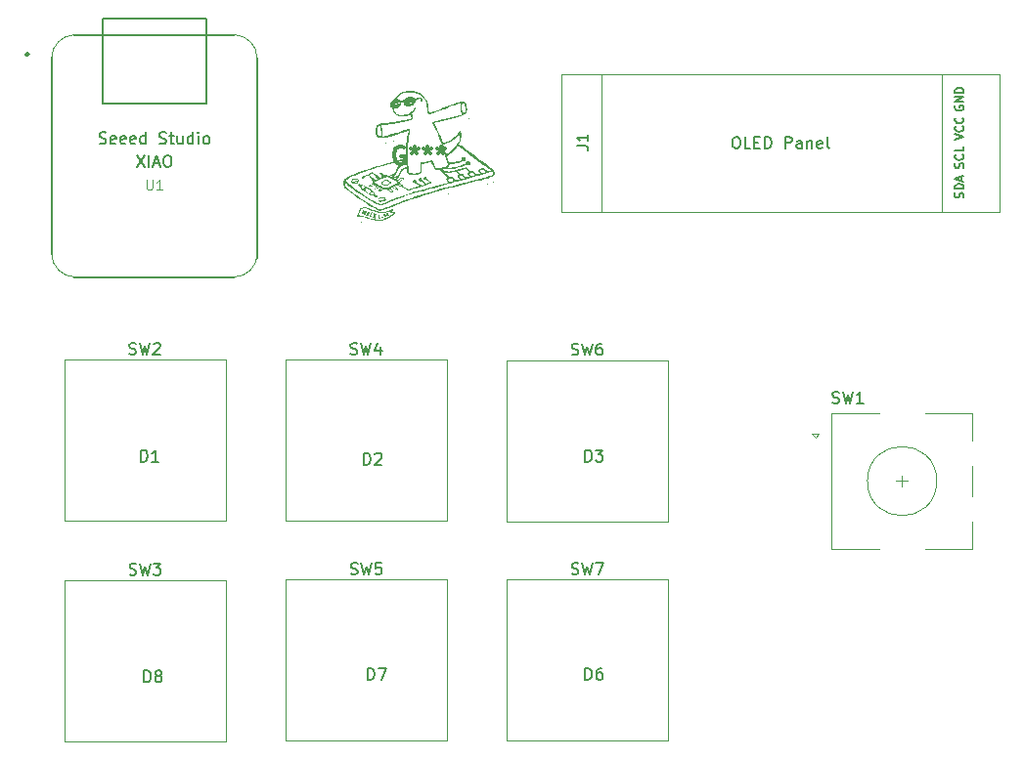
<source format=gbr>
%TF.GenerationSoftware,KiCad,Pcbnew,9.0.7*%
%TF.CreationDate,2026-02-22T10:45:32+05:30*%
%TF.ProjectId,Pomopad,506f6d6f-7061-4642-9e6b-696361645f70,rev?*%
%TF.SameCoordinates,Original*%
%TF.FileFunction,Legend,Top*%
%TF.FilePolarity,Positive*%
%FSLAX46Y46*%
G04 Gerber Fmt 4.6, Leading zero omitted, Abs format (unit mm)*
G04 Created by KiCad (PCBNEW 9.0.7) date 2026-02-22 10:45:32*
%MOMM*%
%LPD*%
G01*
G04 APERTURE LIST*
%ADD10C,0.150000*%
%ADD11C,0.200000*%
%ADD12C,0.101600*%
%ADD13C,0.300000*%
%ADD14C,0.120000*%
%ADD15C,0.127000*%
%ADD16C,0.254000*%
%ADD17C,0.025400*%
%ADD18C,0.000000*%
%ADD19C,0.040000*%
G04 APERTURE END LIST*
D10*
X94646667Y-161533200D02*
X94789524Y-161580819D01*
X94789524Y-161580819D02*
X95027619Y-161580819D01*
X95027619Y-161580819D02*
X95122857Y-161533200D01*
X95122857Y-161533200D02*
X95170476Y-161485580D01*
X95170476Y-161485580D02*
X95218095Y-161390342D01*
X95218095Y-161390342D02*
X95218095Y-161295104D01*
X95218095Y-161295104D02*
X95170476Y-161199866D01*
X95170476Y-161199866D02*
X95122857Y-161152247D01*
X95122857Y-161152247D02*
X95027619Y-161104628D01*
X95027619Y-161104628D02*
X94837143Y-161057009D01*
X94837143Y-161057009D02*
X94741905Y-161009390D01*
X94741905Y-161009390D02*
X94694286Y-160961771D01*
X94694286Y-160961771D02*
X94646667Y-160866533D01*
X94646667Y-160866533D02*
X94646667Y-160771295D01*
X94646667Y-160771295D02*
X94694286Y-160676057D01*
X94694286Y-160676057D02*
X94741905Y-160628438D01*
X94741905Y-160628438D02*
X94837143Y-160580819D01*
X94837143Y-160580819D02*
X95075238Y-160580819D01*
X95075238Y-160580819D02*
X95218095Y-160628438D01*
X95551429Y-160580819D02*
X95789524Y-161580819D01*
X95789524Y-161580819D02*
X95980000Y-160866533D01*
X95980000Y-160866533D02*
X96170476Y-161580819D01*
X96170476Y-161580819D02*
X96408572Y-160580819D01*
X96694286Y-160580819D02*
X97360952Y-160580819D01*
X97360952Y-160580819D02*
X96932381Y-161580819D01*
D11*
X57331905Y-151802219D02*
X57331905Y-150802219D01*
X57331905Y-150802219D02*
X57570000Y-150802219D01*
X57570000Y-150802219D02*
X57712857Y-150849838D01*
X57712857Y-150849838D02*
X57808095Y-150945076D01*
X57808095Y-150945076D02*
X57855714Y-151040314D01*
X57855714Y-151040314D02*
X57903333Y-151230790D01*
X57903333Y-151230790D02*
X57903333Y-151373647D01*
X57903333Y-151373647D02*
X57855714Y-151564123D01*
X57855714Y-151564123D02*
X57808095Y-151659361D01*
X57808095Y-151659361D02*
X57712857Y-151754600D01*
X57712857Y-151754600D02*
X57570000Y-151802219D01*
X57570000Y-151802219D02*
X57331905Y-151802219D01*
X58855714Y-151802219D02*
X58284286Y-151802219D01*
X58570000Y-151802219D02*
X58570000Y-150802219D01*
X58570000Y-150802219D02*
X58474762Y-150945076D01*
X58474762Y-150945076D02*
X58379524Y-151040314D01*
X58379524Y-151040314D02*
X58284286Y-151087933D01*
X76651904Y-152065061D02*
X76651904Y-151065061D01*
X76651904Y-151065061D02*
X76889999Y-151065061D01*
X76889999Y-151065061D02*
X77032856Y-151112680D01*
X77032856Y-151112680D02*
X77128094Y-151207918D01*
X77128094Y-151207918D02*
X77175713Y-151303156D01*
X77175713Y-151303156D02*
X77223332Y-151493632D01*
X77223332Y-151493632D02*
X77223332Y-151636489D01*
X77223332Y-151636489D02*
X77175713Y-151826965D01*
X77175713Y-151826965D02*
X77128094Y-151922203D01*
X77128094Y-151922203D02*
X77032856Y-152017442D01*
X77032856Y-152017442D02*
X76889999Y-152065061D01*
X76889999Y-152065061D02*
X76651904Y-152065061D01*
X77604285Y-151160299D02*
X77651904Y-151112680D01*
X77651904Y-151112680D02*
X77747142Y-151065061D01*
X77747142Y-151065061D02*
X77985237Y-151065061D01*
X77985237Y-151065061D02*
X78080475Y-151112680D01*
X78080475Y-151112680D02*
X78128094Y-151160299D01*
X78128094Y-151160299D02*
X78175713Y-151255537D01*
X78175713Y-151255537D02*
X78175713Y-151350775D01*
X78175713Y-151350775D02*
X78128094Y-151493632D01*
X78128094Y-151493632D02*
X77556666Y-152065061D01*
X77556666Y-152065061D02*
X78175713Y-152065061D01*
X57621904Y-170915061D02*
X57621904Y-169915061D01*
X57621904Y-169915061D02*
X57859999Y-169915061D01*
X57859999Y-169915061D02*
X58002856Y-169962680D01*
X58002856Y-169962680D02*
X58098094Y-170057918D01*
X58098094Y-170057918D02*
X58145713Y-170153156D01*
X58145713Y-170153156D02*
X58193332Y-170343632D01*
X58193332Y-170343632D02*
X58193332Y-170486489D01*
X58193332Y-170486489D02*
X58145713Y-170676965D01*
X58145713Y-170676965D02*
X58098094Y-170772203D01*
X58098094Y-170772203D02*
X58002856Y-170867442D01*
X58002856Y-170867442D02*
X57859999Y-170915061D01*
X57859999Y-170915061D02*
X57621904Y-170915061D01*
X58764761Y-170343632D02*
X58669523Y-170296013D01*
X58669523Y-170296013D02*
X58621904Y-170248394D01*
X58621904Y-170248394D02*
X58574285Y-170153156D01*
X58574285Y-170153156D02*
X58574285Y-170105537D01*
X58574285Y-170105537D02*
X58621904Y-170010299D01*
X58621904Y-170010299D02*
X58669523Y-169962680D01*
X58669523Y-169962680D02*
X58764761Y-169915061D01*
X58764761Y-169915061D02*
X58955237Y-169915061D01*
X58955237Y-169915061D02*
X59050475Y-169962680D01*
X59050475Y-169962680D02*
X59098094Y-170010299D01*
X59098094Y-170010299D02*
X59145713Y-170105537D01*
X59145713Y-170105537D02*
X59145713Y-170153156D01*
X59145713Y-170153156D02*
X59098094Y-170248394D01*
X59098094Y-170248394D02*
X59050475Y-170296013D01*
X59050475Y-170296013D02*
X58955237Y-170343632D01*
X58955237Y-170343632D02*
X58764761Y-170343632D01*
X58764761Y-170343632D02*
X58669523Y-170391251D01*
X58669523Y-170391251D02*
X58621904Y-170438870D01*
X58621904Y-170438870D02*
X58574285Y-170534108D01*
X58574285Y-170534108D02*
X58574285Y-170724584D01*
X58574285Y-170724584D02*
X58621904Y-170819822D01*
X58621904Y-170819822D02*
X58669523Y-170867442D01*
X58669523Y-170867442D02*
X58764761Y-170915061D01*
X58764761Y-170915061D02*
X58955237Y-170915061D01*
X58955237Y-170915061D02*
X59050475Y-170867442D01*
X59050475Y-170867442D02*
X59098094Y-170819822D01*
X59098094Y-170819822D02*
X59145713Y-170724584D01*
X59145713Y-170724584D02*
X59145713Y-170534108D01*
X59145713Y-170534108D02*
X59098094Y-170438870D01*
X59098094Y-170438870D02*
X59050475Y-170391251D01*
X59050475Y-170391251D02*
X58955237Y-170343632D01*
D10*
X94646667Y-142513200D02*
X94789524Y-142560819D01*
X94789524Y-142560819D02*
X95027619Y-142560819D01*
X95027619Y-142560819D02*
X95122857Y-142513200D01*
X95122857Y-142513200D02*
X95170476Y-142465580D01*
X95170476Y-142465580D02*
X95218095Y-142370342D01*
X95218095Y-142370342D02*
X95218095Y-142275104D01*
X95218095Y-142275104D02*
X95170476Y-142179866D01*
X95170476Y-142179866D02*
X95122857Y-142132247D01*
X95122857Y-142132247D02*
X95027619Y-142084628D01*
X95027619Y-142084628D02*
X94837143Y-142037009D01*
X94837143Y-142037009D02*
X94741905Y-141989390D01*
X94741905Y-141989390D02*
X94694286Y-141941771D01*
X94694286Y-141941771D02*
X94646667Y-141846533D01*
X94646667Y-141846533D02*
X94646667Y-141751295D01*
X94646667Y-141751295D02*
X94694286Y-141656057D01*
X94694286Y-141656057D02*
X94741905Y-141608438D01*
X94741905Y-141608438D02*
X94837143Y-141560819D01*
X94837143Y-141560819D02*
X95075238Y-141560819D01*
X95075238Y-141560819D02*
X95218095Y-141608438D01*
X95551429Y-141560819D02*
X95789524Y-142560819D01*
X95789524Y-142560819D02*
X95980000Y-141846533D01*
X95980000Y-141846533D02*
X96170476Y-142560819D01*
X96170476Y-142560819D02*
X96408572Y-141560819D01*
X97218095Y-141560819D02*
X97027619Y-141560819D01*
X97027619Y-141560819D02*
X96932381Y-141608438D01*
X96932381Y-141608438D02*
X96884762Y-141656057D01*
X96884762Y-141656057D02*
X96789524Y-141798914D01*
X96789524Y-141798914D02*
X96741905Y-141989390D01*
X96741905Y-141989390D02*
X96741905Y-142370342D01*
X96741905Y-142370342D02*
X96789524Y-142465580D01*
X96789524Y-142465580D02*
X96837143Y-142513200D01*
X96837143Y-142513200D02*
X96932381Y-142560819D01*
X96932381Y-142560819D02*
X97122857Y-142560819D01*
X97122857Y-142560819D02*
X97218095Y-142513200D01*
X97218095Y-142513200D02*
X97265714Y-142465580D01*
X97265714Y-142465580D02*
X97313333Y-142370342D01*
X97313333Y-142370342D02*
X97313333Y-142132247D01*
X97313333Y-142132247D02*
X97265714Y-142037009D01*
X97265714Y-142037009D02*
X97218095Y-141989390D01*
X97218095Y-141989390D02*
X97122857Y-141941771D01*
X97122857Y-141941771D02*
X96932381Y-141941771D01*
X96932381Y-141941771D02*
X96837143Y-141989390D01*
X96837143Y-141989390D02*
X96789524Y-142037009D01*
X96789524Y-142037009D02*
X96741905Y-142132247D01*
X75516667Y-161533200D02*
X75659524Y-161580819D01*
X75659524Y-161580819D02*
X75897619Y-161580819D01*
X75897619Y-161580819D02*
X75992857Y-161533200D01*
X75992857Y-161533200D02*
X76040476Y-161485580D01*
X76040476Y-161485580D02*
X76088095Y-161390342D01*
X76088095Y-161390342D02*
X76088095Y-161295104D01*
X76088095Y-161295104D02*
X76040476Y-161199866D01*
X76040476Y-161199866D02*
X75992857Y-161152247D01*
X75992857Y-161152247D02*
X75897619Y-161104628D01*
X75897619Y-161104628D02*
X75707143Y-161057009D01*
X75707143Y-161057009D02*
X75611905Y-161009390D01*
X75611905Y-161009390D02*
X75564286Y-160961771D01*
X75564286Y-160961771D02*
X75516667Y-160866533D01*
X75516667Y-160866533D02*
X75516667Y-160771295D01*
X75516667Y-160771295D02*
X75564286Y-160676057D01*
X75564286Y-160676057D02*
X75611905Y-160628438D01*
X75611905Y-160628438D02*
X75707143Y-160580819D01*
X75707143Y-160580819D02*
X75945238Y-160580819D01*
X75945238Y-160580819D02*
X76088095Y-160628438D01*
X76421429Y-160580819D02*
X76659524Y-161580819D01*
X76659524Y-161580819D02*
X76850000Y-160866533D01*
X76850000Y-160866533D02*
X77040476Y-161580819D01*
X77040476Y-161580819D02*
X77278572Y-160580819D01*
X78135714Y-160580819D02*
X77659524Y-160580819D01*
X77659524Y-160580819D02*
X77611905Y-161057009D01*
X77611905Y-161057009D02*
X77659524Y-161009390D01*
X77659524Y-161009390D02*
X77754762Y-160961771D01*
X77754762Y-160961771D02*
X77992857Y-160961771D01*
X77992857Y-160961771D02*
X78088095Y-161009390D01*
X78088095Y-161009390D02*
X78135714Y-161057009D01*
X78135714Y-161057009D02*
X78183333Y-161152247D01*
X78183333Y-161152247D02*
X78183333Y-161390342D01*
X78183333Y-161390342D02*
X78135714Y-161485580D01*
X78135714Y-161485580D02*
X78088095Y-161533200D01*
X78088095Y-161533200D02*
X77992857Y-161580819D01*
X77992857Y-161580819D02*
X77754762Y-161580819D01*
X77754762Y-161580819D02*
X77659524Y-161533200D01*
X77659524Y-161533200D02*
X77611905Y-161485580D01*
X117196667Y-146697200D02*
X117339524Y-146744819D01*
X117339524Y-146744819D02*
X117577619Y-146744819D01*
X117577619Y-146744819D02*
X117672857Y-146697200D01*
X117672857Y-146697200D02*
X117720476Y-146649580D01*
X117720476Y-146649580D02*
X117768095Y-146554342D01*
X117768095Y-146554342D02*
X117768095Y-146459104D01*
X117768095Y-146459104D02*
X117720476Y-146363866D01*
X117720476Y-146363866D02*
X117672857Y-146316247D01*
X117672857Y-146316247D02*
X117577619Y-146268628D01*
X117577619Y-146268628D02*
X117387143Y-146221009D01*
X117387143Y-146221009D02*
X117291905Y-146173390D01*
X117291905Y-146173390D02*
X117244286Y-146125771D01*
X117244286Y-146125771D02*
X117196667Y-146030533D01*
X117196667Y-146030533D02*
X117196667Y-145935295D01*
X117196667Y-145935295D02*
X117244286Y-145840057D01*
X117244286Y-145840057D02*
X117291905Y-145792438D01*
X117291905Y-145792438D02*
X117387143Y-145744819D01*
X117387143Y-145744819D02*
X117625238Y-145744819D01*
X117625238Y-145744819D02*
X117768095Y-145792438D01*
X118101429Y-145744819D02*
X118339524Y-146744819D01*
X118339524Y-146744819D02*
X118530000Y-146030533D01*
X118530000Y-146030533D02*
X118720476Y-146744819D01*
X118720476Y-146744819D02*
X118958572Y-145744819D01*
X119863333Y-146744819D02*
X119291905Y-146744819D01*
X119577619Y-146744819D02*
X119577619Y-145744819D01*
X119577619Y-145744819D02*
X119482381Y-145887676D01*
X119482381Y-145887676D02*
X119387143Y-145982914D01*
X119387143Y-145982914D02*
X119291905Y-146030533D01*
D11*
X76999404Y-170705061D02*
X76999404Y-169705061D01*
X76999404Y-169705061D02*
X77237499Y-169705061D01*
X77237499Y-169705061D02*
X77380356Y-169752680D01*
X77380356Y-169752680D02*
X77475594Y-169847918D01*
X77475594Y-169847918D02*
X77523213Y-169943156D01*
X77523213Y-169943156D02*
X77570832Y-170133632D01*
X77570832Y-170133632D02*
X77570832Y-170276489D01*
X77570832Y-170276489D02*
X77523213Y-170466965D01*
X77523213Y-170466965D02*
X77475594Y-170562203D01*
X77475594Y-170562203D02*
X77380356Y-170657442D01*
X77380356Y-170657442D02*
X77237499Y-170705061D01*
X77237499Y-170705061D02*
X76999404Y-170705061D01*
X77904166Y-169705061D02*
X78570832Y-169705061D01*
X78570832Y-169705061D02*
X78142261Y-170705061D01*
D12*
X57827666Y-127356985D02*
X57827666Y-128076652D01*
X57827666Y-128076652D02*
X57870000Y-128161318D01*
X57870000Y-128161318D02*
X57912333Y-128203652D01*
X57912333Y-128203652D02*
X57997000Y-128245985D01*
X57997000Y-128245985D02*
X58166333Y-128245985D01*
X58166333Y-128245985D02*
X58251000Y-128203652D01*
X58251000Y-128203652D02*
X58293333Y-128161318D01*
X58293333Y-128161318D02*
X58335666Y-128076652D01*
X58335666Y-128076652D02*
X58335666Y-127356985D01*
X59224666Y-128245985D02*
X58716666Y-128245985D01*
X58970666Y-128245985D02*
X58970666Y-127356985D01*
X58970666Y-127356985D02*
X58885999Y-127483985D01*
X58885999Y-127483985D02*
X58801333Y-127568652D01*
X58801333Y-127568652D02*
X58716666Y-127610985D01*
D10*
X56981191Y-125254819D02*
X57647857Y-126254819D01*
X57647857Y-125254819D02*
X56981191Y-126254819D01*
X58028810Y-126254819D02*
X58028810Y-125254819D01*
X58457381Y-125969104D02*
X58933571Y-125969104D01*
X58362143Y-126254819D02*
X58695476Y-125254819D01*
X58695476Y-125254819D02*
X59028809Y-126254819D01*
X59552619Y-125254819D02*
X59743095Y-125254819D01*
X59743095Y-125254819D02*
X59838333Y-125302438D01*
X59838333Y-125302438D02*
X59933571Y-125397676D01*
X59933571Y-125397676D02*
X59981190Y-125588152D01*
X59981190Y-125588152D02*
X59981190Y-125921485D01*
X59981190Y-125921485D02*
X59933571Y-126111961D01*
X59933571Y-126111961D02*
X59838333Y-126207200D01*
X59838333Y-126207200D02*
X59743095Y-126254819D01*
X59743095Y-126254819D02*
X59552619Y-126254819D01*
X59552619Y-126254819D02*
X59457381Y-126207200D01*
X59457381Y-126207200D02*
X59362143Y-126111961D01*
X59362143Y-126111961D02*
X59314524Y-125921485D01*
X59314524Y-125921485D02*
X59314524Y-125588152D01*
X59314524Y-125588152D02*
X59362143Y-125397676D01*
X59362143Y-125397676D02*
X59457381Y-125302438D01*
X59457381Y-125302438D02*
X59552619Y-125254819D01*
X53743095Y-124207200D02*
X53885952Y-124254819D01*
X53885952Y-124254819D02*
X54124047Y-124254819D01*
X54124047Y-124254819D02*
X54219285Y-124207200D01*
X54219285Y-124207200D02*
X54266904Y-124159580D01*
X54266904Y-124159580D02*
X54314523Y-124064342D01*
X54314523Y-124064342D02*
X54314523Y-123969104D01*
X54314523Y-123969104D02*
X54266904Y-123873866D01*
X54266904Y-123873866D02*
X54219285Y-123826247D01*
X54219285Y-123826247D02*
X54124047Y-123778628D01*
X54124047Y-123778628D02*
X53933571Y-123731009D01*
X53933571Y-123731009D02*
X53838333Y-123683390D01*
X53838333Y-123683390D02*
X53790714Y-123635771D01*
X53790714Y-123635771D02*
X53743095Y-123540533D01*
X53743095Y-123540533D02*
X53743095Y-123445295D01*
X53743095Y-123445295D02*
X53790714Y-123350057D01*
X53790714Y-123350057D02*
X53838333Y-123302438D01*
X53838333Y-123302438D02*
X53933571Y-123254819D01*
X53933571Y-123254819D02*
X54171666Y-123254819D01*
X54171666Y-123254819D02*
X54314523Y-123302438D01*
X55124047Y-124207200D02*
X55028809Y-124254819D01*
X55028809Y-124254819D02*
X54838333Y-124254819D01*
X54838333Y-124254819D02*
X54743095Y-124207200D01*
X54743095Y-124207200D02*
X54695476Y-124111961D01*
X54695476Y-124111961D02*
X54695476Y-123731009D01*
X54695476Y-123731009D02*
X54743095Y-123635771D01*
X54743095Y-123635771D02*
X54838333Y-123588152D01*
X54838333Y-123588152D02*
X55028809Y-123588152D01*
X55028809Y-123588152D02*
X55124047Y-123635771D01*
X55124047Y-123635771D02*
X55171666Y-123731009D01*
X55171666Y-123731009D02*
X55171666Y-123826247D01*
X55171666Y-123826247D02*
X54695476Y-123921485D01*
X55981190Y-124207200D02*
X55885952Y-124254819D01*
X55885952Y-124254819D02*
X55695476Y-124254819D01*
X55695476Y-124254819D02*
X55600238Y-124207200D01*
X55600238Y-124207200D02*
X55552619Y-124111961D01*
X55552619Y-124111961D02*
X55552619Y-123731009D01*
X55552619Y-123731009D02*
X55600238Y-123635771D01*
X55600238Y-123635771D02*
X55695476Y-123588152D01*
X55695476Y-123588152D02*
X55885952Y-123588152D01*
X55885952Y-123588152D02*
X55981190Y-123635771D01*
X55981190Y-123635771D02*
X56028809Y-123731009D01*
X56028809Y-123731009D02*
X56028809Y-123826247D01*
X56028809Y-123826247D02*
X55552619Y-123921485D01*
X56838333Y-124207200D02*
X56743095Y-124254819D01*
X56743095Y-124254819D02*
X56552619Y-124254819D01*
X56552619Y-124254819D02*
X56457381Y-124207200D01*
X56457381Y-124207200D02*
X56409762Y-124111961D01*
X56409762Y-124111961D02*
X56409762Y-123731009D01*
X56409762Y-123731009D02*
X56457381Y-123635771D01*
X56457381Y-123635771D02*
X56552619Y-123588152D01*
X56552619Y-123588152D02*
X56743095Y-123588152D01*
X56743095Y-123588152D02*
X56838333Y-123635771D01*
X56838333Y-123635771D02*
X56885952Y-123731009D01*
X56885952Y-123731009D02*
X56885952Y-123826247D01*
X56885952Y-123826247D02*
X56409762Y-123921485D01*
X57743095Y-124254819D02*
X57743095Y-123254819D01*
X57743095Y-124207200D02*
X57647857Y-124254819D01*
X57647857Y-124254819D02*
X57457381Y-124254819D01*
X57457381Y-124254819D02*
X57362143Y-124207200D01*
X57362143Y-124207200D02*
X57314524Y-124159580D01*
X57314524Y-124159580D02*
X57266905Y-124064342D01*
X57266905Y-124064342D02*
X57266905Y-123778628D01*
X57266905Y-123778628D02*
X57314524Y-123683390D01*
X57314524Y-123683390D02*
X57362143Y-123635771D01*
X57362143Y-123635771D02*
X57457381Y-123588152D01*
X57457381Y-123588152D02*
X57647857Y-123588152D01*
X57647857Y-123588152D02*
X57743095Y-123635771D01*
X58933572Y-124207200D02*
X59076429Y-124254819D01*
X59076429Y-124254819D02*
X59314524Y-124254819D01*
X59314524Y-124254819D02*
X59409762Y-124207200D01*
X59409762Y-124207200D02*
X59457381Y-124159580D01*
X59457381Y-124159580D02*
X59505000Y-124064342D01*
X59505000Y-124064342D02*
X59505000Y-123969104D01*
X59505000Y-123969104D02*
X59457381Y-123873866D01*
X59457381Y-123873866D02*
X59409762Y-123826247D01*
X59409762Y-123826247D02*
X59314524Y-123778628D01*
X59314524Y-123778628D02*
X59124048Y-123731009D01*
X59124048Y-123731009D02*
X59028810Y-123683390D01*
X59028810Y-123683390D02*
X58981191Y-123635771D01*
X58981191Y-123635771D02*
X58933572Y-123540533D01*
X58933572Y-123540533D02*
X58933572Y-123445295D01*
X58933572Y-123445295D02*
X58981191Y-123350057D01*
X58981191Y-123350057D02*
X59028810Y-123302438D01*
X59028810Y-123302438D02*
X59124048Y-123254819D01*
X59124048Y-123254819D02*
X59362143Y-123254819D01*
X59362143Y-123254819D02*
X59505000Y-123302438D01*
X59790715Y-123588152D02*
X60171667Y-123588152D01*
X59933572Y-123254819D02*
X59933572Y-124111961D01*
X59933572Y-124111961D02*
X59981191Y-124207200D01*
X59981191Y-124207200D02*
X60076429Y-124254819D01*
X60076429Y-124254819D02*
X60171667Y-124254819D01*
X60933572Y-123588152D02*
X60933572Y-124254819D01*
X60505001Y-123588152D02*
X60505001Y-124111961D01*
X60505001Y-124111961D02*
X60552620Y-124207200D01*
X60552620Y-124207200D02*
X60647858Y-124254819D01*
X60647858Y-124254819D02*
X60790715Y-124254819D01*
X60790715Y-124254819D02*
X60885953Y-124207200D01*
X60885953Y-124207200D02*
X60933572Y-124159580D01*
X61838334Y-124254819D02*
X61838334Y-123254819D01*
X61838334Y-124207200D02*
X61743096Y-124254819D01*
X61743096Y-124254819D02*
X61552620Y-124254819D01*
X61552620Y-124254819D02*
X61457382Y-124207200D01*
X61457382Y-124207200D02*
X61409763Y-124159580D01*
X61409763Y-124159580D02*
X61362144Y-124064342D01*
X61362144Y-124064342D02*
X61362144Y-123778628D01*
X61362144Y-123778628D02*
X61409763Y-123683390D01*
X61409763Y-123683390D02*
X61457382Y-123635771D01*
X61457382Y-123635771D02*
X61552620Y-123588152D01*
X61552620Y-123588152D02*
X61743096Y-123588152D01*
X61743096Y-123588152D02*
X61838334Y-123635771D01*
X62314525Y-124254819D02*
X62314525Y-123588152D01*
X62314525Y-123254819D02*
X62266906Y-123302438D01*
X62266906Y-123302438D02*
X62314525Y-123350057D01*
X62314525Y-123350057D02*
X62362144Y-123302438D01*
X62362144Y-123302438D02*
X62314525Y-123254819D01*
X62314525Y-123254819D02*
X62314525Y-123350057D01*
X62933572Y-124254819D02*
X62838334Y-124207200D01*
X62838334Y-124207200D02*
X62790715Y-124159580D01*
X62790715Y-124159580D02*
X62743096Y-124064342D01*
X62743096Y-124064342D02*
X62743096Y-123778628D01*
X62743096Y-123778628D02*
X62790715Y-123683390D01*
X62790715Y-123683390D02*
X62838334Y-123635771D01*
X62838334Y-123635771D02*
X62933572Y-123588152D01*
X62933572Y-123588152D02*
X63076429Y-123588152D01*
X63076429Y-123588152D02*
X63171667Y-123635771D01*
X63171667Y-123635771D02*
X63219286Y-123683390D01*
X63219286Y-123683390D02*
X63266905Y-123778628D01*
X63266905Y-123778628D02*
X63266905Y-124064342D01*
X63266905Y-124064342D02*
X63219286Y-124159580D01*
X63219286Y-124159580D02*
X63171667Y-124207200D01*
X63171667Y-124207200D02*
X63076429Y-124254819D01*
X63076429Y-124254819D02*
X62933572Y-124254819D01*
X56376667Y-161583200D02*
X56519524Y-161630819D01*
X56519524Y-161630819D02*
X56757619Y-161630819D01*
X56757619Y-161630819D02*
X56852857Y-161583200D01*
X56852857Y-161583200D02*
X56900476Y-161535580D01*
X56900476Y-161535580D02*
X56948095Y-161440342D01*
X56948095Y-161440342D02*
X56948095Y-161345104D01*
X56948095Y-161345104D02*
X56900476Y-161249866D01*
X56900476Y-161249866D02*
X56852857Y-161202247D01*
X56852857Y-161202247D02*
X56757619Y-161154628D01*
X56757619Y-161154628D02*
X56567143Y-161107009D01*
X56567143Y-161107009D02*
X56471905Y-161059390D01*
X56471905Y-161059390D02*
X56424286Y-161011771D01*
X56424286Y-161011771D02*
X56376667Y-160916533D01*
X56376667Y-160916533D02*
X56376667Y-160821295D01*
X56376667Y-160821295D02*
X56424286Y-160726057D01*
X56424286Y-160726057D02*
X56471905Y-160678438D01*
X56471905Y-160678438D02*
X56567143Y-160630819D01*
X56567143Y-160630819D02*
X56805238Y-160630819D01*
X56805238Y-160630819D02*
X56948095Y-160678438D01*
X57281429Y-160630819D02*
X57519524Y-161630819D01*
X57519524Y-161630819D02*
X57710000Y-160916533D01*
X57710000Y-160916533D02*
X57900476Y-161630819D01*
X57900476Y-161630819D02*
X58138572Y-160630819D01*
X58424286Y-160630819D02*
X59043333Y-160630819D01*
X59043333Y-160630819D02*
X58710000Y-161011771D01*
X58710000Y-161011771D02*
X58852857Y-161011771D01*
X58852857Y-161011771D02*
X58948095Y-161059390D01*
X58948095Y-161059390D02*
X58995714Y-161107009D01*
X58995714Y-161107009D02*
X59043333Y-161202247D01*
X59043333Y-161202247D02*
X59043333Y-161440342D01*
X59043333Y-161440342D02*
X58995714Y-161535580D01*
X58995714Y-161535580D02*
X58948095Y-161583200D01*
X58948095Y-161583200D02*
X58852857Y-161630819D01*
X58852857Y-161630819D02*
X58567143Y-161630819D01*
X58567143Y-161630819D02*
X58471905Y-161583200D01*
X58471905Y-161583200D02*
X58424286Y-161535580D01*
D11*
X95799404Y-170705061D02*
X95799404Y-169705061D01*
X95799404Y-169705061D02*
X96037499Y-169705061D01*
X96037499Y-169705061D02*
X96180356Y-169752680D01*
X96180356Y-169752680D02*
X96275594Y-169847918D01*
X96275594Y-169847918D02*
X96323213Y-169943156D01*
X96323213Y-169943156D02*
X96370832Y-170133632D01*
X96370832Y-170133632D02*
X96370832Y-170276489D01*
X96370832Y-170276489D02*
X96323213Y-170466965D01*
X96323213Y-170466965D02*
X96275594Y-170562203D01*
X96275594Y-170562203D02*
X96180356Y-170657442D01*
X96180356Y-170657442D02*
X96037499Y-170705061D01*
X96037499Y-170705061D02*
X95799404Y-170705061D01*
X97227975Y-169705061D02*
X97037499Y-169705061D01*
X97037499Y-169705061D02*
X96942261Y-169752680D01*
X96942261Y-169752680D02*
X96894642Y-169800299D01*
X96894642Y-169800299D02*
X96799404Y-169943156D01*
X96799404Y-169943156D02*
X96751785Y-170133632D01*
X96751785Y-170133632D02*
X96751785Y-170514584D01*
X96751785Y-170514584D02*
X96799404Y-170609822D01*
X96799404Y-170609822D02*
X96847023Y-170657442D01*
X96847023Y-170657442D02*
X96942261Y-170705061D01*
X96942261Y-170705061D02*
X97132737Y-170705061D01*
X97132737Y-170705061D02*
X97227975Y-170657442D01*
X97227975Y-170657442D02*
X97275594Y-170609822D01*
X97275594Y-170609822D02*
X97323213Y-170514584D01*
X97323213Y-170514584D02*
X97323213Y-170276489D01*
X97323213Y-170276489D02*
X97275594Y-170181251D01*
X97275594Y-170181251D02*
X97227975Y-170133632D01*
X97227975Y-170133632D02*
X97132737Y-170086013D01*
X97132737Y-170086013D02*
X96942261Y-170086013D01*
X96942261Y-170086013D02*
X96847023Y-170133632D01*
X96847023Y-170133632D02*
X96799404Y-170181251D01*
X96799404Y-170181251D02*
X96751785Y-170276489D01*
D10*
X75486667Y-142473200D02*
X75629524Y-142520819D01*
X75629524Y-142520819D02*
X75867619Y-142520819D01*
X75867619Y-142520819D02*
X75962857Y-142473200D01*
X75962857Y-142473200D02*
X76010476Y-142425580D01*
X76010476Y-142425580D02*
X76058095Y-142330342D01*
X76058095Y-142330342D02*
X76058095Y-142235104D01*
X76058095Y-142235104D02*
X76010476Y-142139866D01*
X76010476Y-142139866D02*
X75962857Y-142092247D01*
X75962857Y-142092247D02*
X75867619Y-142044628D01*
X75867619Y-142044628D02*
X75677143Y-141997009D01*
X75677143Y-141997009D02*
X75581905Y-141949390D01*
X75581905Y-141949390D02*
X75534286Y-141901771D01*
X75534286Y-141901771D02*
X75486667Y-141806533D01*
X75486667Y-141806533D02*
X75486667Y-141711295D01*
X75486667Y-141711295D02*
X75534286Y-141616057D01*
X75534286Y-141616057D02*
X75581905Y-141568438D01*
X75581905Y-141568438D02*
X75677143Y-141520819D01*
X75677143Y-141520819D02*
X75915238Y-141520819D01*
X75915238Y-141520819D02*
X76058095Y-141568438D01*
X76391429Y-141520819D02*
X76629524Y-142520819D01*
X76629524Y-142520819D02*
X76820000Y-141806533D01*
X76820000Y-141806533D02*
X77010476Y-142520819D01*
X77010476Y-142520819D02*
X77248572Y-141520819D01*
X78058095Y-141854152D02*
X78058095Y-142520819D01*
X77820000Y-141473200D02*
X77581905Y-142187485D01*
X77581905Y-142187485D02*
X78200952Y-142187485D01*
D11*
X95801905Y-151802219D02*
X95801905Y-150802219D01*
X95801905Y-150802219D02*
X96040000Y-150802219D01*
X96040000Y-150802219D02*
X96182857Y-150849838D01*
X96182857Y-150849838D02*
X96278095Y-150945076D01*
X96278095Y-150945076D02*
X96325714Y-151040314D01*
X96325714Y-151040314D02*
X96373333Y-151230790D01*
X96373333Y-151230790D02*
X96373333Y-151373647D01*
X96373333Y-151373647D02*
X96325714Y-151564123D01*
X96325714Y-151564123D02*
X96278095Y-151659361D01*
X96278095Y-151659361D02*
X96182857Y-151754600D01*
X96182857Y-151754600D02*
X96040000Y-151802219D01*
X96040000Y-151802219D02*
X95801905Y-151802219D01*
X96706667Y-150802219D02*
X97325714Y-150802219D01*
X97325714Y-150802219D02*
X96992381Y-151183171D01*
X96992381Y-151183171D02*
X97135238Y-151183171D01*
X97135238Y-151183171D02*
X97230476Y-151230790D01*
X97230476Y-151230790D02*
X97278095Y-151278409D01*
X97278095Y-151278409D02*
X97325714Y-151373647D01*
X97325714Y-151373647D02*
X97325714Y-151611742D01*
X97325714Y-151611742D02*
X97278095Y-151706980D01*
X97278095Y-151706980D02*
X97230476Y-151754600D01*
X97230476Y-151754600D02*
X97135238Y-151802219D01*
X97135238Y-151802219D02*
X96849524Y-151802219D01*
X96849524Y-151802219D02*
X96754286Y-151754600D01*
X96754286Y-151754600D02*
X96706667Y-151706980D01*
D13*
X80088572Y-124549757D02*
X79945715Y-124478328D01*
X79945715Y-124478328D02*
X79731429Y-124478328D01*
X79731429Y-124478328D02*
X79517143Y-124549757D01*
X79517143Y-124549757D02*
X79374286Y-124692614D01*
X79374286Y-124692614D02*
X79302857Y-124835471D01*
X79302857Y-124835471D02*
X79231429Y-125121185D01*
X79231429Y-125121185D02*
X79231429Y-125335471D01*
X79231429Y-125335471D02*
X79302857Y-125621185D01*
X79302857Y-125621185D02*
X79374286Y-125764042D01*
X79374286Y-125764042D02*
X79517143Y-125906900D01*
X79517143Y-125906900D02*
X79731429Y-125978328D01*
X79731429Y-125978328D02*
X79874286Y-125978328D01*
X79874286Y-125978328D02*
X80088572Y-125906900D01*
X80088572Y-125906900D02*
X80160000Y-125835471D01*
X80160000Y-125835471D02*
X80160000Y-125335471D01*
X80160000Y-125335471D02*
X79874286Y-125335471D01*
X81017143Y-124478328D02*
X81017143Y-124835471D01*
X80660000Y-124692614D02*
X81017143Y-124835471D01*
X81017143Y-124835471D02*
X81374286Y-124692614D01*
X80802857Y-125121185D02*
X81017143Y-124835471D01*
X81017143Y-124835471D02*
X81231429Y-125121185D01*
X82160000Y-124478328D02*
X82160000Y-124835471D01*
X81802857Y-124692614D02*
X82160000Y-124835471D01*
X82160000Y-124835471D02*
X82517143Y-124692614D01*
X81945714Y-125121185D02*
X82160000Y-124835471D01*
X82160000Y-124835471D02*
X82374286Y-125121185D01*
X83302857Y-124478328D02*
X83302857Y-124835471D01*
X82945714Y-124692614D02*
X83302857Y-124835471D01*
X83302857Y-124835471D02*
X83660000Y-124692614D01*
X83088571Y-125121185D02*
X83302857Y-124835471D01*
X83302857Y-124835471D02*
X83517143Y-125121185D01*
D10*
X95064819Y-124443333D02*
X95779104Y-124443333D01*
X95779104Y-124443333D02*
X95921961Y-124490952D01*
X95921961Y-124490952D02*
X96017200Y-124586190D01*
X96017200Y-124586190D02*
X96064819Y-124729047D01*
X96064819Y-124729047D02*
X96064819Y-124824285D01*
X96064819Y-123443333D02*
X96064819Y-124014761D01*
X96064819Y-123729047D02*
X95064819Y-123729047D01*
X95064819Y-123729047D02*
X95207676Y-123824285D01*
X95207676Y-123824285D02*
X95302914Y-123919523D01*
X95302914Y-123919523D02*
X95350533Y-124014761D01*
X128513450Y-126362856D02*
X128549164Y-126255714D01*
X128549164Y-126255714D02*
X128549164Y-126077142D01*
X128549164Y-126077142D02*
X128513450Y-126005714D01*
X128513450Y-126005714D02*
X128477735Y-125969999D01*
X128477735Y-125969999D02*
X128406307Y-125934285D01*
X128406307Y-125934285D02*
X128334878Y-125934285D01*
X128334878Y-125934285D02*
X128263450Y-125969999D01*
X128263450Y-125969999D02*
X128227735Y-126005714D01*
X128227735Y-126005714D02*
X128192021Y-126077142D01*
X128192021Y-126077142D02*
X128156307Y-126219999D01*
X128156307Y-126219999D02*
X128120592Y-126291428D01*
X128120592Y-126291428D02*
X128084878Y-126327142D01*
X128084878Y-126327142D02*
X128013450Y-126362856D01*
X128013450Y-126362856D02*
X127942021Y-126362856D01*
X127942021Y-126362856D02*
X127870592Y-126327142D01*
X127870592Y-126327142D02*
X127834878Y-126291428D01*
X127834878Y-126291428D02*
X127799164Y-126219999D01*
X127799164Y-126219999D02*
X127799164Y-126041428D01*
X127799164Y-126041428D02*
X127834878Y-125934285D01*
X128477735Y-125184285D02*
X128513450Y-125219999D01*
X128513450Y-125219999D02*
X128549164Y-125327142D01*
X128549164Y-125327142D02*
X128549164Y-125398570D01*
X128549164Y-125398570D02*
X128513450Y-125505713D01*
X128513450Y-125505713D02*
X128442021Y-125577142D01*
X128442021Y-125577142D02*
X128370592Y-125612856D01*
X128370592Y-125612856D02*
X128227735Y-125648570D01*
X128227735Y-125648570D02*
X128120592Y-125648570D01*
X128120592Y-125648570D02*
X127977735Y-125612856D01*
X127977735Y-125612856D02*
X127906307Y-125577142D01*
X127906307Y-125577142D02*
X127834878Y-125505713D01*
X127834878Y-125505713D02*
X127799164Y-125398570D01*
X127799164Y-125398570D02*
X127799164Y-125327142D01*
X127799164Y-125327142D02*
X127834878Y-125219999D01*
X127834878Y-125219999D02*
X127870592Y-125184285D01*
X128549164Y-124505713D02*
X128549164Y-124862856D01*
X128549164Y-124862856D02*
X127799164Y-124862856D01*
X127834878Y-120961428D02*
X127799164Y-121032857D01*
X127799164Y-121032857D02*
X127799164Y-121139999D01*
X127799164Y-121139999D02*
X127834878Y-121247142D01*
X127834878Y-121247142D02*
X127906307Y-121318571D01*
X127906307Y-121318571D02*
X127977735Y-121354285D01*
X127977735Y-121354285D02*
X128120592Y-121389999D01*
X128120592Y-121389999D02*
X128227735Y-121389999D01*
X128227735Y-121389999D02*
X128370592Y-121354285D01*
X128370592Y-121354285D02*
X128442021Y-121318571D01*
X128442021Y-121318571D02*
X128513450Y-121247142D01*
X128513450Y-121247142D02*
X128549164Y-121139999D01*
X128549164Y-121139999D02*
X128549164Y-121068571D01*
X128549164Y-121068571D02*
X128513450Y-120961428D01*
X128513450Y-120961428D02*
X128477735Y-120925714D01*
X128477735Y-120925714D02*
X128227735Y-120925714D01*
X128227735Y-120925714D02*
X128227735Y-121068571D01*
X128549164Y-120604285D02*
X127799164Y-120604285D01*
X127799164Y-120604285D02*
X128549164Y-120175714D01*
X128549164Y-120175714D02*
X127799164Y-120175714D01*
X128549164Y-119818571D02*
X127799164Y-119818571D01*
X127799164Y-119818571D02*
X127799164Y-119640000D01*
X127799164Y-119640000D02*
X127834878Y-119532857D01*
X127834878Y-119532857D02*
X127906307Y-119461428D01*
X127906307Y-119461428D02*
X127977735Y-119425714D01*
X127977735Y-119425714D02*
X128120592Y-119390000D01*
X128120592Y-119390000D02*
X128227735Y-119390000D01*
X128227735Y-119390000D02*
X128370592Y-119425714D01*
X128370592Y-119425714D02*
X128442021Y-119461428D01*
X128442021Y-119461428D02*
X128513450Y-119532857D01*
X128513450Y-119532857D02*
X128549164Y-119640000D01*
X128549164Y-119640000D02*
X128549164Y-119818571D01*
X128513450Y-128920713D02*
X128549164Y-128813571D01*
X128549164Y-128813571D02*
X128549164Y-128634999D01*
X128549164Y-128634999D02*
X128513450Y-128563571D01*
X128513450Y-128563571D02*
X128477735Y-128527856D01*
X128477735Y-128527856D02*
X128406307Y-128492142D01*
X128406307Y-128492142D02*
X128334878Y-128492142D01*
X128334878Y-128492142D02*
X128263450Y-128527856D01*
X128263450Y-128527856D02*
X128227735Y-128563571D01*
X128227735Y-128563571D02*
X128192021Y-128634999D01*
X128192021Y-128634999D02*
X128156307Y-128777856D01*
X128156307Y-128777856D02*
X128120592Y-128849285D01*
X128120592Y-128849285D02*
X128084878Y-128884999D01*
X128084878Y-128884999D02*
X128013450Y-128920713D01*
X128013450Y-128920713D02*
X127942021Y-128920713D01*
X127942021Y-128920713D02*
X127870592Y-128884999D01*
X127870592Y-128884999D02*
X127834878Y-128849285D01*
X127834878Y-128849285D02*
X127799164Y-128777856D01*
X127799164Y-128777856D02*
X127799164Y-128599285D01*
X127799164Y-128599285D02*
X127834878Y-128492142D01*
X128549164Y-128170713D02*
X127799164Y-128170713D01*
X127799164Y-128170713D02*
X127799164Y-127992142D01*
X127799164Y-127992142D02*
X127834878Y-127884999D01*
X127834878Y-127884999D02*
X127906307Y-127813570D01*
X127906307Y-127813570D02*
X127977735Y-127777856D01*
X127977735Y-127777856D02*
X128120592Y-127742142D01*
X128120592Y-127742142D02*
X128227735Y-127742142D01*
X128227735Y-127742142D02*
X128370592Y-127777856D01*
X128370592Y-127777856D02*
X128442021Y-127813570D01*
X128442021Y-127813570D02*
X128513450Y-127884999D01*
X128513450Y-127884999D02*
X128549164Y-127992142D01*
X128549164Y-127992142D02*
X128549164Y-128170713D01*
X128334878Y-127456427D02*
X128334878Y-127099285D01*
X128549164Y-127527856D02*
X127799164Y-127277856D01*
X127799164Y-127277856D02*
X128549164Y-127027856D01*
X108781428Y-123654819D02*
X108971904Y-123654819D01*
X108971904Y-123654819D02*
X109067142Y-123702438D01*
X109067142Y-123702438D02*
X109162380Y-123797676D01*
X109162380Y-123797676D02*
X109209999Y-123988152D01*
X109209999Y-123988152D02*
X109209999Y-124321485D01*
X109209999Y-124321485D02*
X109162380Y-124511961D01*
X109162380Y-124511961D02*
X109067142Y-124607200D01*
X109067142Y-124607200D02*
X108971904Y-124654819D01*
X108971904Y-124654819D02*
X108781428Y-124654819D01*
X108781428Y-124654819D02*
X108686190Y-124607200D01*
X108686190Y-124607200D02*
X108590952Y-124511961D01*
X108590952Y-124511961D02*
X108543333Y-124321485D01*
X108543333Y-124321485D02*
X108543333Y-123988152D01*
X108543333Y-123988152D02*
X108590952Y-123797676D01*
X108590952Y-123797676D02*
X108686190Y-123702438D01*
X108686190Y-123702438D02*
X108781428Y-123654819D01*
X110114761Y-124654819D02*
X109638571Y-124654819D01*
X109638571Y-124654819D02*
X109638571Y-123654819D01*
X110448095Y-124131009D02*
X110781428Y-124131009D01*
X110924285Y-124654819D02*
X110448095Y-124654819D01*
X110448095Y-124654819D02*
X110448095Y-123654819D01*
X110448095Y-123654819D02*
X110924285Y-123654819D01*
X111352857Y-124654819D02*
X111352857Y-123654819D01*
X111352857Y-123654819D02*
X111590952Y-123654819D01*
X111590952Y-123654819D02*
X111733809Y-123702438D01*
X111733809Y-123702438D02*
X111829047Y-123797676D01*
X111829047Y-123797676D02*
X111876666Y-123892914D01*
X111876666Y-123892914D02*
X111924285Y-124083390D01*
X111924285Y-124083390D02*
X111924285Y-124226247D01*
X111924285Y-124226247D02*
X111876666Y-124416723D01*
X111876666Y-124416723D02*
X111829047Y-124511961D01*
X111829047Y-124511961D02*
X111733809Y-124607200D01*
X111733809Y-124607200D02*
X111590952Y-124654819D01*
X111590952Y-124654819D02*
X111352857Y-124654819D01*
X113114762Y-124654819D02*
X113114762Y-123654819D01*
X113114762Y-123654819D02*
X113495714Y-123654819D01*
X113495714Y-123654819D02*
X113590952Y-123702438D01*
X113590952Y-123702438D02*
X113638571Y-123750057D01*
X113638571Y-123750057D02*
X113686190Y-123845295D01*
X113686190Y-123845295D02*
X113686190Y-123988152D01*
X113686190Y-123988152D02*
X113638571Y-124083390D01*
X113638571Y-124083390D02*
X113590952Y-124131009D01*
X113590952Y-124131009D02*
X113495714Y-124178628D01*
X113495714Y-124178628D02*
X113114762Y-124178628D01*
X114543333Y-124654819D02*
X114543333Y-124131009D01*
X114543333Y-124131009D02*
X114495714Y-124035771D01*
X114495714Y-124035771D02*
X114400476Y-123988152D01*
X114400476Y-123988152D02*
X114210000Y-123988152D01*
X114210000Y-123988152D02*
X114114762Y-124035771D01*
X114543333Y-124607200D02*
X114448095Y-124654819D01*
X114448095Y-124654819D02*
X114210000Y-124654819D01*
X114210000Y-124654819D02*
X114114762Y-124607200D01*
X114114762Y-124607200D02*
X114067143Y-124511961D01*
X114067143Y-124511961D02*
X114067143Y-124416723D01*
X114067143Y-124416723D02*
X114114762Y-124321485D01*
X114114762Y-124321485D02*
X114210000Y-124273866D01*
X114210000Y-124273866D02*
X114448095Y-124273866D01*
X114448095Y-124273866D02*
X114543333Y-124226247D01*
X115019524Y-123988152D02*
X115019524Y-124654819D01*
X115019524Y-124083390D02*
X115067143Y-124035771D01*
X115067143Y-124035771D02*
X115162381Y-123988152D01*
X115162381Y-123988152D02*
X115305238Y-123988152D01*
X115305238Y-123988152D02*
X115400476Y-124035771D01*
X115400476Y-124035771D02*
X115448095Y-124131009D01*
X115448095Y-124131009D02*
X115448095Y-124654819D01*
X116305238Y-124607200D02*
X116210000Y-124654819D01*
X116210000Y-124654819D02*
X116019524Y-124654819D01*
X116019524Y-124654819D02*
X115924286Y-124607200D01*
X115924286Y-124607200D02*
X115876667Y-124511961D01*
X115876667Y-124511961D02*
X115876667Y-124131009D01*
X115876667Y-124131009D02*
X115924286Y-124035771D01*
X115924286Y-124035771D02*
X116019524Y-123988152D01*
X116019524Y-123988152D02*
X116210000Y-123988152D01*
X116210000Y-123988152D02*
X116305238Y-124035771D01*
X116305238Y-124035771D02*
X116352857Y-124131009D01*
X116352857Y-124131009D02*
X116352857Y-124226247D01*
X116352857Y-124226247D02*
X115876667Y-124321485D01*
X116924286Y-124654819D02*
X116829048Y-124607200D01*
X116829048Y-124607200D02*
X116781429Y-124511961D01*
X116781429Y-124511961D02*
X116781429Y-123654819D01*
X127799164Y-123929999D02*
X128549164Y-123679999D01*
X128549164Y-123679999D02*
X127799164Y-123429999D01*
X128477735Y-122751428D02*
X128513450Y-122787142D01*
X128513450Y-122787142D02*
X128549164Y-122894285D01*
X128549164Y-122894285D02*
X128549164Y-122965713D01*
X128549164Y-122965713D02*
X128513450Y-123072856D01*
X128513450Y-123072856D02*
X128442021Y-123144285D01*
X128442021Y-123144285D02*
X128370592Y-123179999D01*
X128370592Y-123179999D02*
X128227735Y-123215713D01*
X128227735Y-123215713D02*
X128120592Y-123215713D01*
X128120592Y-123215713D02*
X127977735Y-123179999D01*
X127977735Y-123179999D02*
X127906307Y-123144285D01*
X127906307Y-123144285D02*
X127834878Y-123072856D01*
X127834878Y-123072856D02*
X127799164Y-122965713D01*
X127799164Y-122965713D02*
X127799164Y-122894285D01*
X127799164Y-122894285D02*
X127834878Y-122787142D01*
X127834878Y-122787142D02*
X127870592Y-122751428D01*
X128477735Y-122001428D02*
X128513450Y-122037142D01*
X128513450Y-122037142D02*
X128549164Y-122144285D01*
X128549164Y-122144285D02*
X128549164Y-122215713D01*
X128549164Y-122215713D02*
X128513450Y-122322856D01*
X128513450Y-122322856D02*
X128442021Y-122394285D01*
X128442021Y-122394285D02*
X128370592Y-122429999D01*
X128370592Y-122429999D02*
X128227735Y-122465713D01*
X128227735Y-122465713D02*
X128120592Y-122465713D01*
X128120592Y-122465713D02*
X127977735Y-122429999D01*
X127977735Y-122429999D02*
X127906307Y-122394285D01*
X127906307Y-122394285D02*
X127834878Y-122322856D01*
X127834878Y-122322856D02*
X127799164Y-122215713D01*
X127799164Y-122215713D02*
X127799164Y-122144285D01*
X127799164Y-122144285D02*
X127834878Y-122037142D01*
X127834878Y-122037142D02*
X127870592Y-122001428D01*
X56336667Y-142473200D02*
X56479524Y-142520819D01*
X56479524Y-142520819D02*
X56717619Y-142520819D01*
X56717619Y-142520819D02*
X56812857Y-142473200D01*
X56812857Y-142473200D02*
X56860476Y-142425580D01*
X56860476Y-142425580D02*
X56908095Y-142330342D01*
X56908095Y-142330342D02*
X56908095Y-142235104D01*
X56908095Y-142235104D02*
X56860476Y-142139866D01*
X56860476Y-142139866D02*
X56812857Y-142092247D01*
X56812857Y-142092247D02*
X56717619Y-142044628D01*
X56717619Y-142044628D02*
X56527143Y-141997009D01*
X56527143Y-141997009D02*
X56431905Y-141949390D01*
X56431905Y-141949390D02*
X56384286Y-141901771D01*
X56384286Y-141901771D02*
X56336667Y-141806533D01*
X56336667Y-141806533D02*
X56336667Y-141711295D01*
X56336667Y-141711295D02*
X56384286Y-141616057D01*
X56384286Y-141616057D02*
X56431905Y-141568438D01*
X56431905Y-141568438D02*
X56527143Y-141520819D01*
X56527143Y-141520819D02*
X56765238Y-141520819D01*
X56765238Y-141520819D02*
X56908095Y-141568438D01*
X57241429Y-141520819D02*
X57479524Y-142520819D01*
X57479524Y-142520819D02*
X57670000Y-141806533D01*
X57670000Y-141806533D02*
X57860476Y-142520819D01*
X57860476Y-142520819D02*
X58098572Y-141520819D01*
X58431905Y-141616057D02*
X58479524Y-141568438D01*
X58479524Y-141568438D02*
X58574762Y-141520819D01*
X58574762Y-141520819D02*
X58812857Y-141520819D01*
X58812857Y-141520819D02*
X58908095Y-141568438D01*
X58908095Y-141568438D02*
X58955714Y-141616057D01*
X58955714Y-141616057D02*
X59003333Y-141711295D01*
X59003333Y-141711295D02*
X59003333Y-141806533D01*
X59003333Y-141806533D02*
X58955714Y-141949390D01*
X58955714Y-141949390D02*
X58384286Y-142520819D01*
X58384286Y-142520819D02*
X59003333Y-142520819D01*
D14*
%TO.C,SW7*%
X88995000Y-162015000D02*
X102965000Y-162015000D01*
X88995000Y-175985000D02*
X88995000Y-162015000D01*
X102965000Y-162015000D02*
X102965000Y-175985000D01*
X102965000Y-175985000D02*
X88995000Y-175985000D01*
%TO.C,SW6*%
X88995000Y-142995000D02*
X102965000Y-142995000D01*
X88995000Y-156965000D02*
X88995000Y-142995000D01*
X102965000Y-142995000D02*
X102965000Y-156965000D01*
X102965000Y-156965000D02*
X88995000Y-156965000D01*
%TO.C,SW5*%
X69865000Y-162015000D02*
X83835000Y-162015000D01*
X69865000Y-175985000D02*
X69865000Y-162015000D01*
X83835000Y-162015000D02*
X83835000Y-175985000D01*
X83835000Y-175985000D02*
X69865000Y-175985000D01*
%TO.C,SW1*%
X115430000Y-149390000D02*
X116030000Y-149390000D01*
X115730000Y-149690000D02*
X115430000Y-149390000D01*
X116030000Y-149390000D02*
X115730000Y-149690000D01*
X117130000Y-147590000D02*
X117130000Y-159390000D01*
X121230000Y-147590000D02*
X117130000Y-147590000D01*
X121230000Y-159390000D02*
X117130000Y-159390000D01*
X122730000Y-153490000D02*
X123730000Y-153490000D01*
X123230000Y-152990000D02*
X123230000Y-153990000D01*
X125230000Y-147590000D02*
X129330000Y-147590000D01*
X129330000Y-147590000D02*
X129330000Y-149990000D01*
X129330000Y-152190000D02*
X129330000Y-154790000D01*
X129330000Y-156990000D02*
X129330000Y-159390000D01*
X129330000Y-159390000D02*
X125230000Y-159390000D01*
X126230000Y-153490000D02*
G75*
G02*
X120230000Y-153490000I-3000000J0D01*
G01*
X120230000Y-153490000D02*
G75*
G02*
X126230000Y-153490000I3000000J0D01*
G01*
D15*
%TO.C,U1*%
X49605000Y-116800000D02*
X49605000Y-133800000D01*
X51605000Y-135800000D02*
X65405000Y-135800000D01*
X54005000Y-113375970D02*
X63005000Y-113375970D01*
X54005000Y-120729270D02*
X54005000Y-113375970D01*
X63005000Y-113375970D02*
X63005000Y-120729270D01*
X63005000Y-120729270D02*
X54005000Y-120729270D01*
X65405000Y-114800910D02*
X51605000Y-114800910D01*
X67405000Y-133800000D02*
X67405000Y-116800000D01*
D14*
X49605000Y-116800000D02*
G75*
G02*
X51605000Y-114800000I2044612J-44612D01*
G01*
X51605000Y-135800000D02*
G75*
G02*
X49605000Y-133800000I44857J2044857D01*
G01*
X65405000Y-114800000D02*
G75*
G02*
X67405000Y-116800000I-44610J-2044610D01*
G01*
X67405000Y-133800000D02*
G75*
G02*
X65405000Y-135800000I-2000000J0D01*
G01*
D16*
X47632000Y-116500000D02*
G75*
G02*
X47378000Y-116500000I-127000J0D01*
G01*
X47378000Y-116500000D02*
G75*
G02*
X47632000Y-116500000I127000J0D01*
G01*
D17*
X49617285Y-116738295D02*
X49620333Y-116689527D01*
X49624397Y-116640506D01*
X49617285Y-116738295D01*
X67392713Y-133870850D02*
X67389665Y-133919618D01*
X67385601Y-133968639D01*
X67380268Y-134017407D01*
X67373664Y-134066175D01*
X67366044Y-134114690D01*
X67357153Y-134162950D01*
X67347248Y-134210955D01*
X67394492Y-133821574D01*
X67392713Y-133870850D01*
D14*
%TO.C,SW3*%
X50725000Y-162065000D02*
X64695000Y-162065000D01*
X50725000Y-176035000D02*
X50725000Y-162065000D01*
X64695000Y-162065000D02*
X64695000Y-176035000D01*
X64695000Y-176035000D02*
X50725000Y-176035000D01*
%TO.C,SW4*%
X69835000Y-142955000D02*
X83805000Y-142955000D01*
X69835000Y-156925000D02*
X69835000Y-142955000D01*
X83805000Y-142955000D02*
X83805000Y-156925000D01*
X83805000Y-156925000D02*
X69835000Y-156925000D01*
D18*
%TO.C,G\u002A\u002A\u002A*%
G36*
X74566855Y-128234515D02*
G01*
X74554678Y-128246691D01*
X74542502Y-128234515D01*
X74554678Y-128222339D01*
X74566855Y-128234515D01*
G37*
G36*
X74615561Y-128307573D02*
G01*
X74603384Y-128319750D01*
X74591208Y-128307573D01*
X74603384Y-128295397D01*
X74615561Y-128307573D01*
G37*
G36*
X74980853Y-128672866D02*
G01*
X74968677Y-128685042D01*
X74956500Y-128672866D01*
X74968677Y-128660689D01*
X74980853Y-128672866D01*
G37*
G36*
X75053911Y-128721572D02*
G01*
X75041735Y-128733748D01*
X75029559Y-128721572D01*
X75041735Y-128709395D01*
X75053911Y-128721572D01*
G37*
G36*
X75151323Y-128794630D02*
G01*
X75139146Y-128806806D01*
X75126970Y-128794630D01*
X75139146Y-128782454D01*
X75151323Y-128794630D01*
G37*
G36*
X75248734Y-128867689D02*
G01*
X75236558Y-128879865D01*
X75224381Y-128867689D01*
X75236558Y-128855512D01*
X75248734Y-128867689D01*
G37*
G36*
X75321793Y-128916394D02*
G01*
X75309616Y-128928571D01*
X75297440Y-128916394D01*
X75309616Y-128904218D01*
X75321793Y-128916394D01*
G37*
G36*
X75419204Y-128989453D02*
G01*
X75407027Y-129001629D01*
X75394851Y-128989453D01*
X75407027Y-128977276D01*
X75419204Y-128989453D01*
G37*
G36*
X75492262Y-129038158D02*
G01*
X75480086Y-129050335D01*
X75467910Y-129038158D01*
X75480086Y-129025982D01*
X75492262Y-129038158D01*
G37*
G36*
X75589674Y-129111217D02*
G01*
X75577497Y-129123393D01*
X75565321Y-129111217D01*
X75577497Y-129099040D01*
X75589674Y-129111217D01*
G37*
G36*
X75662732Y-129159922D02*
G01*
X75650556Y-129172099D01*
X75638379Y-129159922D01*
X75650556Y-129147746D01*
X75662732Y-129159922D01*
G37*
G36*
X75760143Y-129232981D02*
G01*
X75747967Y-129245157D01*
X75735791Y-129232981D01*
X75747967Y-129220805D01*
X75760143Y-129232981D01*
G37*
G36*
X75857555Y-129306039D02*
G01*
X75845378Y-129318216D01*
X75833202Y-129306039D01*
X75845378Y-129293863D01*
X75857555Y-129306039D01*
G37*
G36*
X75857555Y-130962032D02*
G01*
X75845378Y-130974208D01*
X75833202Y-130962032D01*
X75845378Y-130949855D01*
X75857555Y-130962032D01*
G37*
G36*
X75930613Y-129379098D02*
G01*
X75918437Y-129391274D01*
X75906260Y-129379098D01*
X75918437Y-129366922D01*
X75930613Y-129379098D01*
G37*
G36*
X76003672Y-131010737D02*
G01*
X75991495Y-131022914D01*
X75979319Y-131010737D01*
X75991495Y-130998561D01*
X76003672Y-131010737D01*
G37*
G36*
X76661198Y-131108149D02*
G01*
X76649022Y-131120325D01*
X76636845Y-131108149D01*
X76649022Y-131095972D01*
X76661198Y-131108149D01*
G37*
G36*
X76734257Y-131132502D02*
G01*
X76722080Y-131144678D01*
X76709904Y-131132502D01*
X76722080Y-131120325D01*
X76734257Y-131132502D01*
G37*
G36*
X76831668Y-131156854D02*
G01*
X76819491Y-131169031D01*
X76807315Y-131156854D01*
X76819491Y-131144678D01*
X76831668Y-131156854D01*
G37*
G36*
X76904726Y-131181207D02*
G01*
X76892550Y-131193384D01*
X76880374Y-131181207D01*
X76892550Y-131169031D01*
X76904726Y-131181207D01*
G37*
G36*
X76977785Y-131205560D02*
G01*
X76965608Y-131217736D01*
X76953432Y-131205560D01*
X76965608Y-131193384D01*
X76977785Y-131205560D01*
G37*
G36*
X77050843Y-131229913D02*
G01*
X77038667Y-131242089D01*
X77026491Y-131229913D01*
X77038667Y-131217736D01*
X77050843Y-131229913D01*
G37*
G36*
X77148255Y-131254266D02*
G01*
X77136078Y-131266442D01*
X77123902Y-131254266D01*
X77136078Y-131242089D01*
X77148255Y-131254266D01*
G37*
G36*
X77221313Y-131278619D02*
G01*
X77209137Y-131290795D01*
X77196960Y-131278619D01*
X77209137Y-131266442D01*
X77221313Y-131278619D01*
G37*
G36*
X77318724Y-131302971D02*
G01*
X77306548Y-131315148D01*
X77294372Y-131302971D01*
X77306548Y-131290795D01*
X77318724Y-131302971D01*
G37*
G36*
X77416136Y-123899712D02*
G01*
X77403959Y-123911888D01*
X77391783Y-123899712D01*
X77403959Y-123887535D01*
X77416136Y-123899712D01*
G37*
G36*
X77416136Y-131327324D02*
G01*
X77403959Y-131339501D01*
X77391783Y-131327324D01*
X77403959Y-131315148D01*
X77416136Y-131327324D01*
G37*
G36*
X77537900Y-131351677D02*
G01*
X77525724Y-131363853D01*
X77513547Y-131351677D01*
X77525724Y-131339501D01*
X77537900Y-131351677D01*
G37*
G36*
X77635311Y-124094534D02*
G01*
X77623135Y-124106711D01*
X77610958Y-124094534D01*
X77623135Y-124082358D01*
X77635311Y-124094534D01*
G37*
G36*
X77732723Y-124143240D02*
G01*
X77720546Y-124155416D01*
X77708370Y-124143240D01*
X77720546Y-124131063D01*
X77732723Y-124143240D01*
G37*
G36*
X77781428Y-124167593D02*
G01*
X77769252Y-124179769D01*
X77757075Y-124167593D01*
X77769252Y-124155416D01*
X77781428Y-124167593D01*
G37*
G36*
X77854487Y-124191945D02*
G01*
X77842310Y-124204122D01*
X77830134Y-124191945D01*
X77842310Y-124179769D01*
X77854487Y-124191945D01*
G37*
G36*
X77951898Y-124216298D02*
G01*
X77939722Y-124228475D01*
X77927545Y-124216298D01*
X77939722Y-124204122D01*
X77951898Y-124216298D01*
G37*
G36*
X78244132Y-131376030D02*
G01*
X78231956Y-131388206D01*
X78219779Y-131376030D01*
X78231956Y-131363853D01*
X78244132Y-131376030D01*
G37*
G36*
X78365896Y-131351677D02*
G01*
X78353720Y-131363853D01*
X78341543Y-131351677D01*
X78353720Y-131339501D01*
X78365896Y-131351677D01*
G37*
G36*
X78463307Y-131327324D02*
G01*
X78451131Y-131339501D01*
X78438955Y-131327324D01*
X78451131Y-131315148D01*
X78463307Y-131327324D01*
G37*
G36*
X78536366Y-131302971D02*
G01*
X78524189Y-131315148D01*
X78512013Y-131302971D01*
X78524189Y-131290795D01*
X78536366Y-131302971D01*
G37*
G36*
X78560719Y-124191945D02*
G01*
X78548542Y-124204122D01*
X78536366Y-124191945D01*
X78548542Y-124179769D01*
X78560719Y-124191945D01*
G37*
G36*
X78609424Y-131278619D02*
G01*
X78597248Y-131290795D01*
X78585072Y-131278619D01*
X78597248Y-131266442D01*
X78609424Y-131278619D01*
G37*
G36*
X78731189Y-131229913D02*
G01*
X78719012Y-131242089D01*
X78706836Y-131229913D01*
X78719012Y-131217736D01*
X78731189Y-131229913D01*
G37*
G36*
X78755541Y-124143240D02*
G01*
X78743365Y-124155416D01*
X78731189Y-124143240D01*
X78743365Y-124131063D01*
X78755541Y-124143240D01*
G37*
G36*
X78779894Y-121659251D02*
G01*
X78767718Y-121671428D01*
X78755541Y-121659251D01*
X78767718Y-121647075D01*
X78779894Y-121659251D01*
G37*
G36*
X78779894Y-121927132D02*
G01*
X78767718Y-121939309D01*
X78755541Y-121927132D01*
X78767718Y-121914956D01*
X78779894Y-121927132D01*
G37*
G36*
X78779894Y-131205560D02*
G01*
X78767718Y-131217736D01*
X78755541Y-131205560D01*
X78767718Y-131193384D01*
X78779894Y-131205560D01*
G37*
G36*
X78877305Y-131156854D02*
G01*
X78865129Y-131169031D01*
X78852953Y-131156854D01*
X78865129Y-131144678D01*
X78877305Y-131156854D01*
G37*
G36*
X78926011Y-131132502D02*
G01*
X78913835Y-131144678D01*
X78901658Y-131132502D01*
X78913835Y-131120325D01*
X78926011Y-131132502D01*
G37*
G36*
X78950364Y-124094534D02*
G01*
X78938188Y-124106711D01*
X78926011Y-124094534D01*
X78938188Y-124082358D01*
X78950364Y-124094534D01*
G37*
G36*
X79047775Y-124070181D02*
G01*
X79035599Y-124082358D01*
X79023422Y-124070181D01*
X79035599Y-124058005D01*
X79047775Y-124070181D01*
G37*
G36*
X79047775Y-131059443D02*
G01*
X79035599Y-131071619D01*
X79023422Y-131059443D01*
X79035599Y-131047267D01*
X79047775Y-131059443D01*
G37*
G36*
X79120834Y-124045829D02*
G01*
X79108657Y-124058005D01*
X79096481Y-124045829D01*
X79108657Y-124033652D01*
X79120834Y-124045829D01*
G37*
G36*
X79218245Y-124021476D02*
G01*
X79206069Y-124033652D01*
X79193892Y-124021476D01*
X79206069Y-124009299D01*
X79218245Y-124021476D01*
G37*
G36*
X79266951Y-130913326D02*
G01*
X79254774Y-130925503D01*
X79242598Y-130913326D01*
X79254774Y-130901150D01*
X79266951Y-130913326D01*
G37*
G36*
X79291304Y-123997123D02*
G01*
X79279127Y-124009299D01*
X79266951Y-123997123D01*
X79279127Y-123984946D01*
X79291304Y-123997123D01*
G37*
G36*
X79340009Y-130864620D02*
G01*
X79327833Y-130876797D01*
X79315656Y-130864620D01*
X79327833Y-130852444D01*
X79340009Y-130864620D01*
G37*
G36*
X79364362Y-123972770D02*
G01*
X79352186Y-123984946D01*
X79340009Y-123972770D01*
X79352186Y-123960594D01*
X79364362Y-123972770D01*
G37*
G36*
X79413068Y-130815915D02*
G01*
X79400891Y-130828091D01*
X79388715Y-130815915D01*
X79400891Y-130803738D01*
X79413068Y-130815915D01*
G37*
G36*
X79437421Y-123948417D02*
G01*
X79425244Y-123960594D01*
X79413068Y-123948417D01*
X79425244Y-123936241D01*
X79437421Y-123948417D01*
G37*
G36*
X79534832Y-123924064D02*
G01*
X79522655Y-123936241D01*
X79510479Y-123924064D01*
X79522655Y-123911888D01*
X79534832Y-123924064D01*
G37*
G36*
X79559185Y-130694151D02*
G01*
X79547008Y-130706327D01*
X79534832Y-130694151D01*
X79547008Y-130681974D01*
X79559185Y-130694151D01*
G37*
G36*
X79778360Y-123924064D02*
G01*
X79766184Y-123936241D01*
X79754007Y-123924064D01*
X79766184Y-123911888D01*
X79778360Y-123924064D01*
G37*
G36*
X79802713Y-130012271D02*
G01*
X79790537Y-130024448D01*
X79778360Y-130012271D01*
X79790537Y-130000095D01*
X79802713Y-130012271D01*
G37*
G36*
X79948830Y-129841802D02*
G01*
X79936654Y-129853978D01*
X79924477Y-129841802D01*
X79936654Y-129829625D01*
X79948830Y-129841802D01*
G37*
G36*
X80021888Y-129817449D02*
G01*
X80009712Y-129829625D01*
X79997536Y-129817449D01*
X80009712Y-129805272D01*
X80021888Y-129817449D01*
G37*
G36*
X80094947Y-129793096D02*
G01*
X80082770Y-129805272D01*
X80070594Y-129793096D01*
X80082770Y-129780920D01*
X80094947Y-129793096D01*
G37*
G36*
X80216711Y-129744390D02*
G01*
X80204535Y-129756567D01*
X80192358Y-129744390D01*
X80204535Y-129732214D01*
X80216711Y-129744390D01*
G37*
G36*
X80289770Y-129720038D02*
G01*
X80277593Y-129732214D01*
X80265417Y-129720038D01*
X80277593Y-129707861D01*
X80289770Y-129720038D01*
G37*
G36*
X80362828Y-129695685D02*
G01*
X80350652Y-129707861D01*
X80338475Y-129695685D01*
X80350652Y-129683508D01*
X80362828Y-129695685D01*
G37*
G36*
X80435887Y-129671332D02*
G01*
X80423710Y-129683508D01*
X80411534Y-129671332D01*
X80423710Y-129659155D01*
X80435887Y-129671332D01*
G37*
G36*
X80508945Y-129646979D02*
G01*
X80496769Y-129659155D01*
X80484592Y-129646979D01*
X80496769Y-129634803D01*
X80508945Y-129646979D01*
G37*
G36*
X80582003Y-129622626D02*
G01*
X80569827Y-129634803D01*
X80557651Y-129622626D01*
X80569827Y-129610450D01*
X80582003Y-129622626D01*
G37*
G36*
X80728120Y-129573921D02*
G01*
X80715944Y-129586097D01*
X80703768Y-129573921D01*
X80715944Y-129561744D01*
X80728120Y-129573921D01*
G37*
G36*
X80922943Y-129500862D02*
G01*
X80910767Y-129513038D01*
X80898590Y-129500862D01*
X80910767Y-129488686D01*
X80922943Y-129500862D01*
G37*
G36*
X81020354Y-129476509D02*
G01*
X81008178Y-129488686D01*
X80996002Y-129476509D01*
X81008178Y-129464333D01*
X81020354Y-129476509D01*
G37*
G36*
X81166471Y-129427804D02*
G01*
X81154295Y-129439980D01*
X81142119Y-129427804D01*
X81154295Y-129415627D01*
X81166471Y-129427804D01*
G37*
G36*
X81239530Y-129403451D02*
G01*
X81227353Y-129415627D01*
X81215177Y-129403451D01*
X81227353Y-129391274D01*
X81239530Y-129403451D01*
G37*
G36*
X81312588Y-129379098D02*
G01*
X81300412Y-129391274D01*
X81288235Y-129379098D01*
X81300412Y-129366922D01*
X81312588Y-129379098D01*
G37*
G36*
X81385647Y-129354745D02*
G01*
X81373470Y-129366922D01*
X81361294Y-129354745D01*
X81373470Y-129342569D01*
X81385647Y-129354745D01*
G37*
G36*
X81458705Y-129330392D02*
G01*
X81446529Y-129342569D01*
X81434352Y-129330392D01*
X81446529Y-129318216D01*
X81458705Y-129330392D01*
G37*
G36*
X81531764Y-129306039D02*
G01*
X81519587Y-129318216D01*
X81507411Y-129306039D01*
X81519587Y-129293863D01*
X81531764Y-129306039D01*
G37*
G36*
X81702234Y-129257334D02*
G01*
X81690057Y-129269510D01*
X81677881Y-129257334D01*
X81690057Y-129245157D01*
X81702234Y-129257334D01*
G37*
G36*
X81775292Y-129232981D02*
G01*
X81763116Y-129245157D01*
X81750939Y-129232981D01*
X81763116Y-129220805D01*
X81775292Y-129232981D01*
G37*
G36*
X81848351Y-129208628D02*
G01*
X81836174Y-129220805D01*
X81823998Y-129208628D01*
X81836174Y-129196452D01*
X81848351Y-129208628D01*
G37*
G36*
X81921409Y-129184275D02*
G01*
X81909233Y-129196452D01*
X81897056Y-129184275D01*
X81909233Y-129172099D01*
X81921409Y-129184275D01*
G37*
G36*
X82018820Y-129159922D02*
G01*
X82006644Y-129172099D01*
X81994468Y-129159922D01*
X82006644Y-129147746D01*
X82018820Y-129159922D01*
G37*
G36*
X82091879Y-129135570D02*
G01*
X82079702Y-129147746D01*
X82067526Y-129135570D01*
X82079702Y-129123393D01*
X82091879Y-129135570D01*
G37*
G36*
X82164937Y-129111217D02*
G01*
X82152761Y-129123393D01*
X82140584Y-129111217D01*
X82152761Y-129099040D01*
X82164937Y-129111217D01*
G37*
G36*
X82262349Y-129086864D02*
G01*
X82250172Y-129099040D01*
X82237996Y-129086864D01*
X82250172Y-129074688D01*
X82262349Y-129086864D01*
G37*
G36*
X82335407Y-129062511D02*
G01*
X82323231Y-129074688D01*
X82311054Y-129062511D01*
X82323231Y-129050335D01*
X82335407Y-129062511D01*
G37*
G36*
X82408466Y-129038158D02*
G01*
X82396289Y-129050335D01*
X82384113Y-129038158D01*
X82396289Y-129025982D01*
X82408466Y-129038158D01*
G37*
G36*
X82578935Y-128989453D02*
G01*
X82566759Y-129001629D01*
X82554583Y-128989453D01*
X82566759Y-128977276D01*
X82578935Y-128989453D01*
G37*
G36*
X82651994Y-128965100D02*
G01*
X82639817Y-128977276D01*
X82627641Y-128965100D01*
X82639817Y-128952923D01*
X82651994Y-128965100D01*
G37*
G36*
X82749405Y-128940747D02*
G01*
X82737229Y-128952923D01*
X82725052Y-128940747D01*
X82737229Y-128928571D01*
X82749405Y-128940747D01*
G37*
G36*
X82822464Y-128916394D02*
G01*
X82810287Y-128928571D01*
X82798111Y-128916394D01*
X82810287Y-128904218D01*
X82822464Y-128916394D01*
G37*
G36*
X82919875Y-128892041D02*
G01*
X82907699Y-128904218D01*
X82895522Y-128892041D01*
X82907699Y-128879865D01*
X82919875Y-128892041D01*
G37*
G36*
X82992933Y-128867689D02*
G01*
X82980757Y-128879865D01*
X82968581Y-128867689D01*
X82980757Y-128855512D01*
X82992933Y-128867689D01*
G37*
G36*
X83090345Y-128843336D02*
G01*
X83078168Y-128855512D01*
X83065992Y-128843336D01*
X83078168Y-128831159D01*
X83090345Y-128843336D01*
G37*
G36*
X83163403Y-128818983D02*
G01*
X83151227Y-128831159D01*
X83139050Y-128818983D01*
X83151227Y-128806806D01*
X83163403Y-128818983D01*
G37*
G36*
X83260815Y-128794630D02*
G01*
X83248638Y-128806806D01*
X83236462Y-128794630D01*
X83248638Y-128782454D01*
X83260815Y-128794630D01*
G37*
G36*
X83333873Y-128770277D02*
G01*
X83321697Y-128782454D01*
X83309520Y-128770277D01*
X83321697Y-128758101D01*
X83333873Y-128770277D01*
G37*
G36*
X83431284Y-128745924D02*
G01*
X83419108Y-128758101D01*
X83406932Y-128745924D01*
X83419108Y-128733748D01*
X83431284Y-128745924D01*
G37*
G36*
X83528696Y-128721572D02*
G01*
X83516519Y-128733748D01*
X83504343Y-128721572D01*
X83516519Y-128709395D01*
X83528696Y-128721572D01*
G37*
G36*
X83699166Y-128672866D02*
G01*
X83686989Y-128685042D01*
X83674813Y-128672866D01*
X83686989Y-128660689D01*
X83699166Y-128672866D01*
G37*
G36*
X83796577Y-128648513D02*
G01*
X83784400Y-128660689D01*
X83772224Y-128648513D01*
X83784400Y-128636337D01*
X83796577Y-128648513D01*
G37*
G36*
X83869635Y-128624160D02*
G01*
X83857459Y-128636337D01*
X83845282Y-128624160D01*
X83857459Y-128611984D01*
X83869635Y-128624160D01*
G37*
G36*
X83967047Y-128599807D02*
G01*
X83954870Y-128611984D01*
X83942694Y-128599807D01*
X83954870Y-128587631D01*
X83967047Y-128599807D01*
G37*
G36*
X84064458Y-128575455D02*
G01*
X84052282Y-128587631D01*
X84040105Y-128575455D01*
X84052282Y-128563278D01*
X84064458Y-128575455D01*
G37*
G36*
X84161869Y-128551102D02*
G01*
X84149693Y-128563278D01*
X84137516Y-128551102D01*
X84149693Y-128538925D01*
X84161869Y-128551102D01*
G37*
G36*
X84234928Y-128526749D02*
G01*
X84222751Y-128538925D01*
X84210575Y-128526749D01*
X84222751Y-128514573D01*
X84234928Y-128526749D01*
G37*
G36*
X84332339Y-128502396D02*
G01*
X84320163Y-128514573D01*
X84307986Y-128502396D01*
X84320163Y-128490220D01*
X84332339Y-128502396D01*
G37*
G36*
X84429750Y-128478043D02*
G01*
X84417574Y-128490220D01*
X84405398Y-128478043D01*
X84417574Y-128465867D01*
X84429750Y-128478043D01*
G37*
G36*
X84527162Y-128453690D02*
G01*
X84514985Y-128465867D01*
X84502809Y-128453690D01*
X84514985Y-128441514D01*
X84527162Y-128453690D01*
G37*
G36*
X84600220Y-128429338D02*
G01*
X84588044Y-128441514D01*
X84575867Y-128429338D01*
X84588044Y-128417161D01*
X84600220Y-128429338D01*
G37*
G36*
X84795043Y-128380632D02*
G01*
X84782866Y-128392808D01*
X84770690Y-128380632D01*
X84782866Y-128368456D01*
X84795043Y-128380632D01*
G37*
G36*
X84892454Y-128356279D02*
G01*
X84880278Y-128368456D01*
X84868101Y-128356279D01*
X84880278Y-128344103D01*
X84892454Y-128356279D01*
G37*
G36*
X84989865Y-128331926D02*
G01*
X84977689Y-128344103D01*
X84965513Y-128331926D01*
X84977689Y-128319750D01*
X84989865Y-128331926D01*
G37*
G36*
X85087277Y-122438542D02*
G01*
X85075100Y-122450718D01*
X85062924Y-122438542D01*
X85075100Y-122426365D01*
X85087277Y-122438542D01*
G37*
G36*
X85087277Y-128307573D02*
G01*
X85075100Y-128319750D01*
X85062924Y-128307573D01*
X85075100Y-128295397D01*
X85087277Y-128307573D01*
G37*
G36*
X85184688Y-128283221D02*
G01*
X85172512Y-128295397D01*
X85160335Y-128283221D01*
X85172512Y-128271044D01*
X85184688Y-128283221D01*
G37*
G36*
X85209041Y-122316778D02*
G01*
X85196864Y-122328954D01*
X85184688Y-122316778D01*
X85196864Y-122304601D01*
X85209041Y-122316778D01*
G37*
G36*
X85257747Y-122292425D02*
G01*
X85245570Y-122304601D01*
X85233394Y-122292425D01*
X85245570Y-122280248D01*
X85257747Y-122292425D01*
G37*
G36*
X85282099Y-128258868D02*
G01*
X85269923Y-128271044D01*
X85257747Y-128258868D01*
X85269923Y-128246691D01*
X85282099Y-128258868D01*
G37*
G36*
X85330805Y-122268072D02*
G01*
X85318629Y-122280248D01*
X85306452Y-122268072D01*
X85318629Y-122255896D01*
X85330805Y-122268072D01*
G37*
G36*
X85379511Y-128234515D02*
G01*
X85367334Y-128246691D01*
X85355158Y-128234515D01*
X85367334Y-128222339D01*
X85379511Y-128234515D01*
G37*
G36*
X85452569Y-122219366D02*
G01*
X85440393Y-122231543D01*
X85428216Y-122219366D01*
X85440393Y-122207190D01*
X85452569Y-122219366D01*
G37*
G36*
X85476922Y-128210162D02*
G01*
X85464746Y-128222339D01*
X85452569Y-128210162D01*
X85464746Y-128197986D01*
X85476922Y-128210162D01*
G37*
G36*
X85501275Y-122195014D02*
G01*
X85489098Y-122207190D01*
X85476922Y-122195014D01*
X85489098Y-122182837D01*
X85501275Y-122195014D01*
G37*
G36*
X85525628Y-123924064D02*
G01*
X85513451Y-123936241D01*
X85501275Y-123924064D01*
X85513451Y-123911888D01*
X85525628Y-123924064D01*
G37*
G36*
X85549980Y-122170661D02*
G01*
X85537804Y-122182837D01*
X85525628Y-122170661D01*
X85537804Y-122158484D01*
X85549980Y-122170661D01*
G37*
G36*
X85574333Y-128185809D02*
G01*
X85562157Y-128197986D01*
X85549980Y-128185809D01*
X85562157Y-128173633D01*
X85574333Y-128185809D01*
G37*
G36*
X85598686Y-122146308D02*
G01*
X85586510Y-122158484D01*
X85574333Y-122146308D01*
X85586510Y-122134131D01*
X85598686Y-122146308D01*
G37*
G36*
X85671745Y-128161456D02*
G01*
X85659568Y-128173633D01*
X85647392Y-128161456D01*
X85659568Y-128149280D01*
X85671745Y-128161456D01*
G37*
G36*
X85696097Y-122097602D02*
G01*
X85683921Y-122109779D01*
X85671745Y-122097602D01*
X85683921Y-122085426D01*
X85696097Y-122097602D01*
G37*
G36*
X85744803Y-122073249D02*
G01*
X85732627Y-122085426D01*
X85720450Y-122073249D01*
X85732627Y-122061073D01*
X85744803Y-122073249D01*
G37*
G36*
X85769156Y-128137104D02*
G01*
X85756980Y-128149280D01*
X85744803Y-128137104D01*
X85756980Y-128124927D01*
X85769156Y-128137104D01*
G37*
G36*
X85817862Y-122024544D02*
G01*
X85805685Y-122036720D01*
X85793509Y-122024544D01*
X85805685Y-122012367D01*
X85817862Y-122024544D01*
G37*
G36*
X85866567Y-128112751D02*
G01*
X85854391Y-128124927D01*
X85842214Y-128112751D01*
X85854391Y-128100574D01*
X85866567Y-128112751D01*
G37*
G36*
X85963979Y-128088398D02*
G01*
X85951802Y-128100574D01*
X85939626Y-128088398D01*
X85951802Y-128076222D01*
X85963979Y-128088398D01*
G37*
G36*
X86061390Y-128064045D02*
G01*
X86049213Y-128076222D01*
X86037037Y-128064045D01*
X86049213Y-128051869D01*
X86061390Y-128064045D01*
G37*
G36*
X86158801Y-128039692D02*
G01*
X86146625Y-128051869D01*
X86134448Y-128039692D01*
X86146625Y-128027516D01*
X86158801Y-128039692D01*
G37*
G36*
X86256212Y-128015340D02*
G01*
X86244036Y-128027516D01*
X86231860Y-128015340D01*
X86244036Y-128003163D01*
X86256212Y-128015340D01*
G37*
G36*
X86353624Y-127990987D02*
G01*
X86341447Y-128003163D01*
X86329271Y-127990987D01*
X86341447Y-127978810D01*
X86353624Y-127990987D01*
G37*
G36*
X86451035Y-127966634D02*
G01*
X86438859Y-127978810D01*
X86426682Y-127966634D01*
X86438859Y-127954457D01*
X86451035Y-127966634D01*
G37*
G36*
X86548446Y-127942281D02*
G01*
X86536270Y-127954457D01*
X86524094Y-127942281D01*
X86536270Y-127930105D01*
X86548446Y-127942281D01*
G37*
G36*
X86645858Y-127917928D02*
G01*
X86633681Y-127930105D01*
X86621505Y-127917928D01*
X86633681Y-127905752D01*
X86645858Y-127917928D01*
G37*
G36*
X86743269Y-127893575D02*
G01*
X86731093Y-127905752D01*
X86718916Y-127893575D01*
X86731093Y-127881399D01*
X86743269Y-127893575D01*
G37*
G36*
X86840680Y-127869223D02*
G01*
X86828504Y-127881399D01*
X86816328Y-127869223D01*
X86828504Y-127857046D01*
X86840680Y-127869223D01*
G37*
G36*
X86938092Y-127844870D02*
G01*
X86925915Y-127857046D01*
X86913739Y-127844870D01*
X86925915Y-127832693D01*
X86938092Y-127844870D01*
G37*
G36*
X87059856Y-127820517D02*
G01*
X87047679Y-127832693D01*
X87035503Y-127820517D01*
X87047679Y-127808340D01*
X87059856Y-127820517D01*
G37*
G36*
X87132914Y-127796164D02*
G01*
X87120738Y-127808340D01*
X87108561Y-127796164D01*
X87120738Y-127783988D01*
X87132914Y-127796164D01*
G37*
G36*
X87254678Y-127771811D02*
G01*
X87242502Y-127783988D01*
X87230326Y-127771811D01*
X87242502Y-127759635D01*
X87254678Y-127771811D01*
G37*
G36*
X87352090Y-127747458D02*
G01*
X87339913Y-127759635D01*
X87327737Y-127747458D01*
X87339913Y-127735282D01*
X87352090Y-127747458D01*
G37*
G36*
X87449501Y-127723106D02*
G01*
X87437325Y-127735282D01*
X87425148Y-127723106D01*
X87437325Y-127710929D01*
X87449501Y-127723106D01*
G37*
G36*
X87522560Y-127698753D02*
G01*
X87510383Y-127710929D01*
X87498207Y-127698753D01*
X87510383Y-127686576D01*
X87522560Y-127698753D01*
G37*
G36*
X87619971Y-127674400D02*
G01*
X87607794Y-127686576D01*
X87595618Y-127674400D01*
X87607794Y-127662224D01*
X87619971Y-127674400D01*
G37*
G36*
X87814794Y-127601341D02*
G01*
X87802617Y-127613518D01*
X87790441Y-127601341D01*
X87802617Y-127589165D01*
X87814794Y-127601341D01*
G37*
G36*
X87863499Y-127576989D02*
G01*
X87851323Y-127589165D01*
X87839146Y-127576989D01*
X87851323Y-127564812D01*
X87863499Y-127576989D01*
G37*
G36*
X88107027Y-127455224D02*
G01*
X88094851Y-127467401D01*
X88082675Y-127455224D01*
X88094851Y-127443048D01*
X88107027Y-127455224D01*
G37*
G36*
X76216252Y-131032553D02*
G01*
X76208989Y-131043622D01*
X76184289Y-131045344D01*
X76158303Y-131039397D01*
X76169575Y-131030631D01*
X76207636Y-131027728D01*
X76216252Y-131032553D01*
G37*
G36*
X76433905Y-131055384D02*
G01*
X76430562Y-131069862D01*
X76417670Y-131071619D01*
X76397625Y-131062709D01*
X76401435Y-131055384D01*
X76430336Y-131052470D01*
X76433905Y-131055384D01*
G37*
G36*
X76555669Y-131079737D02*
G01*
X76552326Y-131094215D01*
X76539434Y-131095972D01*
X76519389Y-131087062D01*
X76523199Y-131079737D01*
X76552100Y-131076823D01*
X76555669Y-131079737D01*
G37*
G36*
X77675899Y-131371971D02*
G01*
X77672556Y-131386449D01*
X77659664Y-131388206D01*
X77639619Y-131379296D01*
X77643429Y-131371971D01*
X77672330Y-131369056D01*
X77675899Y-131371971D01*
G37*
G36*
X78430837Y-124212239D02*
G01*
X78427494Y-124226717D01*
X78414602Y-124228475D01*
X78394557Y-124219564D01*
X78398367Y-124212239D01*
X78427268Y-124209325D01*
X78430837Y-124212239D01*
G37*
G36*
X78674365Y-124163534D02*
G01*
X78671022Y-124178012D01*
X78658130Y-124179769D01*
X78638085Y-124170859D01*
X78641895Y-124163534D01*
X78670796Y-124160619D01*
X78674365Y-124163534D01*
G37*
G36*
X78869188Y-124114828D02*
G01*
X78865845Y-124129306D01*
X78852953Y-124131063D01*
X78832908Y-124122153D01*
X78836717Y-124114828D01*
X78865619Y-124111914D01*
X78869188Y-124114828D01*
G37*
G36*
X79624126Y-123895653D02*
G01*
X79620783Y-123910130D01*
X79607890Y-123911888D01*
X79587845Y-123902978D01*
X79591655Y-123895653D01*
X79620556Y-123892738D01*
X79624126Y-123895653D01*
G37*
G36*
X79721537Y-123895653D02*
G01*
X79718194Y-123910130D01*
X79705302Y-123911888D01*
X79685257Y-123902978D01*
X79689066Y-123895653D01*
X79717968Y-123892738D01*
X79721537Y-123895653D01*
G37*
G36*
X79794595Y-130129977D02*
G01*
X79797510Y-130158878D01*
X79794595Y-130162447D01*
X79780118Y-130159104D01*
X79778360Y-130146212D01*
X79787270Y-130126167D01*
X79794595Y-130129977D01*
G37*
G36*
X83617989Y-128693160D02*
G01*
X83614647Y-128707638D01*
X83601754Y-128709395D01*
X83581709Y-128700485D01*
X83585519Y-128693160D01*
X83614420Y-128690245D01*
X83617989Y-128693160D01*
G37*
G36*
X84713867Y-128400926D02*
G01*
X84710524Y-128415404D01*
X84697631Y-128417161D01*
X84677586Y-128408251D01*
X84681396Y-128400926D01*
X84710297Y-128398011D01*
X84713867Y-128400926D01*
G37*
G36*
X74709209Y-128427012D02*
G01*
X74735148Y-128449650D01*
X74737325Y-128455128D01*
X74725767Y-128465137D01*
X74701705Y-128442709D01*
X74698470Y-128437751D01*
X74695600Y-128421087D01*
X74709209Y-128427012D01*
G37*
G36*
X79823303Y-123970445D02*
G01*
X79849447Y-123994965D01*
X79844084Y-124009062D01*
X79840679Y-124009299D01*
X79820081Y-123992002D01*
X79812564Y-123981184D01*
X79809694Y-123964519D01*
X79823303Y-123970445D01*
G37*
G36*
X74798826Y-128522215D02*
G01*
X74816471Y-128535819D01*
X74850199Y-128565861D01*
X74859089Y-128578436D01*
X74847243Y-128585726D01*
X74814869Y-128554442D01*
X74807277Y-128545014D01*
X74786215Y-128516168D01*
X74798826Y-128522215D01*
G37*
G36*
X79648956Y-130600294D02*
G01*
X79644420Y-130608916D01*
X79621474Y-130632173D01*
X79617192Y-130633269D01*
X79615531Y-130617538D01*
X79620067Y-130608916D01*
X79643012Y-130585659D01*
X79647294Y-130584563D01*
X79648956Y-130600294D01*
G37*
G36*
X79868129Y-129891127D02*
G01*
X79854525Y-129908772D01*
X79818979Y-129946633D01*
X79803113Y-129946468D01*
X79802713Y-129942195D01*
X79819355Y-129921867D01*
X79845330Y-129899577D01*
X79874176Y-129878516D01*
X79868129Y-129891127D01*
G37*
G36*
X85152693Y-122341750D02*
G01*
X85139089Y-122359395D01*
X85103543Y-122397256D01*
X85087677Y-122397091D01*
X85087277Y-122392818D01*
X85103919Y-122372490D01*
X85129894Y-122350201D01*
X85158740Y-122329139D01*
X85152693Y-122341750D01*
G37*
G36*
X78188383Y-130385893D02*
G01*
X78195426Y-130423225D01*
X78200335Y-130489818D01*
X78211004Y-130558952D01*
X78226984Y-130611676D01*
X78253447Y-130627229D01*
X78282570Y-130622789D01*
X78326791Y-130621825D01*
X78355748Y-130636318D01*
X78357438Y-130656312D01*
X78336999Y-130667936D01*
X78250628Y-130689930D01*
X78188297Y-130696075D01*
X78162192Y-130687305D01*
X78153397Y-130654547D01*
X78142424Y-130588590D01*
X78133201Y-130516746D01*
X78125398Y-130433216D01*
X78126977Y-130387227D01*
X78139509Y-130368246D01*
X78155751Y-130365387D01*
X78188383Y-130385893D01*
G37*
G36*
X78004672Y-130372970D02*
G01*
X78013135Y-130377564D01*
X78043263Y-130411765D01*
X78033382Y-130441154D01*
X78001002Y-130450156D01*
X77966848Y-130471489D01*
X77953572Y-130526897D01*
X77962382Y-130598666D01*
X77989649Y-130645612D01*
X78039626Y-130657621D01*
X78085141Y-130666752D01*
X78091916Y-130687640D01*
X78064909Y-130710532D01*
X78009078Y-130725675D01*
X78004801Y-130726136D01*
X77946760Y-130724318D01*
X77915010Y-130696117D01*
X77903177Y-130669757D01*
X77880141Y-130558443D01*
X77897010Y-130459618D01*
X77926019Y-130410703D01*
X77967813Y-130372273D01*
X78004672Y-130372970D01*
G37*
G36*
X77389283Y-130196474D02*
G01*
X77402444Y-130209057D01*
X77428000Y-130252760D01*
X77413785Y-130280432D01*
X77366353Y-130279802D01*
X77364889Y-130279346D01*
X77328727Y-130279239D01*
X77299602Y-130312434D01*
X77281703Y-130350632D01*
X77251749Y-130438834D01*
X77251321Y-130494525D01*
X77280886Y-130524281D01*
X77294372Y-130528801D01*
X77333931Y-130552152D01*
X77343077Y-130572621D01*
X77324967Y-130608675D01*
X77280296Y-130616257D01*
X77223554Y-130593108D01*
X77221367Y-130591601D01*
X77190188Y-130563425D01*
X77176061Y-130525950D01*
X77175104Y-130463600D01*
X77178300Y-130418842D01*
X77190686Y-130330329D01*
X77214558Y-130272064D01*
X77255458Y-130227321D01*
X77312413Y-130183876D01*
X77351836Y-130174239D01*
X77389283Y-130196474D01*
G37*
G36*
X78516304Y-130308825D02*
G01*
X78539018Y-130350674D01*
X78553736Y-130416060D01*
X78556109Y-130492402D01*
X78555985Y-130494170D01*
X78547368Y-130560166D01*
X78528136Y-130591859D01*
X78489074Y-130603634D01*
X78485576Y-130604059D01*
X78428498Y-130598434D01*
X78396785Y-130579706D01*
X78372501Y-130534299D01*
X78349699Y-130468006D01*
X78333464Y-130399887D01*
X78328885Y-130349001D01*
X78331963Y-130336835D01*
X78356033Y-130324073D01*
X78382043Y-130358494D01*
X78408982Y-130438665D01*
X78411957Y-130450208D01*
X78438291Y-130528723D01*
X78462397Y-130559448D01*
X78479502Y-130543233D01*
X78484834Y-130480929D01*
X78482087Y-130437717D01*
X78478907Y-130365396D01*
X78483738Y-130315453D01*
X78489943Y-130303094D01*
X78516304Y-130308825D01*
G37*
G36*
X77099340Y-130111720D02*
G01*
X77108353Y-130193638D01*
X77108632Y-130258639D01*
X77098400Y-130395219D01*
X77073517Y-130486054D01*
X77034095Y-130530821D01*
X77010817Y-130535857D01*
X76984644Y-130523512D01*
X76986634Y-130479708D01*
X76987785Y-130474975D01*
X76990750Y-130427382D01*
X76965136Y-130416686D01*
X76909012Y-130442455D01*
X76891693Y-130453423D01*
X76847761Y-130474772D01*
X76831776Y-130462128D01*
X76844004Y-130414097D01*
X76884715Y-130329289D01*
X76911679Y-130280849D01*
X76991452Y-130280849D01*
X77004295Y-130310487D01*
X77027928Y-130316682D01*
X77046182Y-130296149D01*
X77050843Y-130264994D01*
X77045470Y-130229841D01*
X77022731Y-130236908D01*
X77014582Y-130243401D01*
X76991452Y-130280849D01*
X76911679Y-130280849D01*
X76931901Y-130244520D01*
X76995820Y-130142437D01*
X77044249Y-130086214D01*
X77078364Y-130075943D01*
X77099340Y-130111720D01*
G37*
G36*
X76611139Y-129986531D02*
G01*
X76632798Y-130035828D01*
X76636845Y-130073530D01*
X76649865Y-130135012D01*
X76681886Y-130155563D01*
X76722353Y-130132963D01*
X76746866Y-130096668D01*
X76786015Y-130043384D01*
X76823699Y-130025807D01*
X76849891Y-130045379D01*
X76856021Y-130080992D01*
X76847489Y-130141084D01*
X76825979Y-130223836D01*
X76797622Y-130309945D01*
X76768547Y-130380107D01*
X76752176Y-130408005D01*
X76710697Y-130435526D01*
X76693642Y-130438446D01*
X76671492Y-130425829D01*
X76670295Y-130381320D01*
X76674343Y-130356612D01*
X76673776Y-130287064D01*
X76646529Y-130253022D01*
X76602572Y-130258998D01*
X76556329Y-130303187D01*
X76513694Y-130346114D01*
X76472398Y-130365257D01*
X76445728Y-130356259D01*
X76442023Y-130340667D01*
X76448993Y-130295657D01*
X76466743Y-130222887D01*
X76490529Y-130138595D01*
X76515607Y-130059016D01*
X76537234Y-130000389D01*
X76546943Y-129981530D01*
X76579273Y-129965108D01*
X76611139Y-129986531D01*
G37*
G36*
X78737091Y-130231293D02*
G01*
X78766892Y-130265484D01*
X78769092Y-130280153D01*
X78781859Y-130340212D01*
X78800091Y-130383094D01*
X78816121Y-130428839D01*
X78798315Y-130467441D01*
X78780452Y-130486593D01*
X78720436Y-130531808D01*
X78673511Y-130531950D01*
X78637247Y-130485886D01*
X78620790Y-130433880D01*
X78688064Y-130433880D01*
X78698663Y-130458722D01*
X78716983Y-130462799D01*
X78750530Y-130443191D01*
X78755541Y-130424240D01*
X78741346Y-130397571D01*
X78712137Y-130401824D01*
X78688064Y-130433880D01*
X78620790Y-130433880D01*
X78612707Y-130408336D01*
X78597206Y-130332451D01*
X78596872Y-130316682D01*
X78658130Y-130316682D01*
X78676662Y-130340327D01*
X78682483Y-130341035D01*
X78706128Y-130322503D01*
X78706836Y-130316682D01*
X78688304Y-130293037D01*
X78682483Y-130292329D01*
X78658838Y-130310861D01*
X78658130Y-130316682D01*
X78596872Y-130316682D01*
X78596277Y-130288574D01*
X78611215Y-130261852D01*
X78626612Y-130249124D01*
X78685014Y-130224681D01*
X78737091Y-130231293D01*
G37*
G36*
X77548933Y-130267034D02*
G01*
X77550365Y-130268215D01*
X77578558Y-130314647D01*
X77586606Y-130359967D01*
X77589661Y-130402454D01*
X77606773Y-130402003D01*
X77631141Y-130381338D01*
X77671310Y-130350347D01*
X77692023Y-130341035D01*
X77708339Y-130357988D01*
X77701795Y-130395637D01*
X77676562Y-130434163D01*
X77671441Y-130438777D01*
X77648888Y-130473305D01*
X77644561Y-130532330D01*
X77649812Y-130584756D01*
X77653377Y-130661823D01*
X77643090Y-130709720D01*
X77623194Y-130722749D01*
X77597936Y-130695210D01*
X77586560Y-130669678D01*
X77568296Y-130609693D01*
X77562253Y-130570801D01*
X77551259Y-130538867D01*
X77527987Y-130544009D01*
X77507001Y-130582664D01*
X77506523Y-130584440D01*
X77480371Y-130627525D01*
X77439506Y-130653944D01*
X77403012Y-130652105D01*
X77399721Y-130649324D01*
X77399912Y-130620361D01*
X77418302Y-130566436D01*
X77425344Y-130550849D01*
X77456984Y-130469715D01*
X77478769Y-130388811D01*
X77479345Y-130385596D01*
X77494909Y-130303584D01*
X77508474Y-130261810D01*
X77524872Y-130252289D01*
X77548933Y-130267034D01*
G37*
G36*
X78355432Y-128864561D02*
G01*
X78455670Y-128901023D01*
X78525298Y-128964523D01*
X78558639Y-129052642D01*
X78560719Y-129084638D01*
X78548693Y-129131664D01*
X78508744Y-129170652D01*
X78435069Y-129204671D01*
X78321862Y-129236794D01*
X78238169Y-129255277D01*
X78143794Y-129274999D01*
X78084498Y-129286276D01*
X78047419Y-129289277D01*
X78019699Y-129284171D01*
X77988477Y-129271130D01*
X77961268Y-129258936D01*
X77893109Y-129206075D01*
X77863810Y-129129851D01*
X77867016Y-129107793D01*
X77929849Y-129107793D01*
X77936525Y-129139607D01*
X77971280Y-129172296D01*
X78005760Y-129197778D01*
X78035877Y-129204218D01*
X78077699Y-129190196D01*
X78141750Y-129157247D01*
X78249007Y-129113209D01*
X78352260Y-129102273D01*
X78365721Y-129102907D01*
X78445940Y-129097859D01*
X78483536Y-129072192D01*
X78476995Y-129028575D01*
X78435722Y-128979491D01*
X78361688Y-128940404D01*
X78263759Y-128927599D01*
X78157334Y-128938575D01*
X78057808Y-128970833D01*
X77980581Y-129021873D01*
X77952720Y-129057900D01*
X77929849Y-129107793D01*
X77867016Y-129107793D01*
X77876005Y-129045937D01*
X77931549Y-128961758D01*
X78025847Y-128902660D01*
X78085839Y-128882421D01*
X78230263Y-128857555D01*
X78355432Y-128864561D01*
G37*
G36*
X78614533Y-127333243D02*
G01*
X78677390Y-127364881D01*
X78758666Y-127409839D01*
X78847641Y-127461755D01*
X78933591Y-127514271D01*
X79005797Y-127561026D01*
X79053535Y-127595661D01*
X79066736Y-127609517D01*
X79049086Y-127627526D01*
X78996706Y-127660588D01*
X78919305Y-127703824D01*
X78826592Y-127752353D01*
X78728276Y-127801294D01*
X78634067Y-127845767D01*
X78553674Y-127880891D01*
X78496806Y-127901786D01*
X78477992Y-127905462D01*
X78447927Y-127891251D01*
X78389963Y-127853434D01*
X78314238Y-127798831D01*
X78274573Y-127768672D01*
X78197009Y-127706587D01*
X78136799Y-127654361D01*
X78102625Y-127619725D01*
X78100720Y-127616312D01*
X78220078Y-127616312D01*
X78237096Y-127635193D01*
X78280384Y-127674223D01*
X78337965Y-127723393D01*
X78397862Y-127772693D01*
X78448097Y-127812117D01*
X78476694Y-127831656D01*
X78478529Y-127832278D01*
X78500398Y-127822868D01*
X78557292Y-127797058D01*
X78640087Y-127759015D01*
X78721099Y-127721522D01*
X78960623Y-127610352D01*
X78771729Y-127500869D01*
X78582834Y-127391387D01*
X78401605Y-127496364D01*
X78319799Y-127545353D01*
X78257120Y-127585936D01*
X78223324Y-127611668D01*
X78220078Y-127616312D01*
X78100720Y-127616312D01*
X78098015Y-127611465D01*
X78117643Y-127591940D01*
X78169632Y-127555205D01*
X78243644Y-127507475D01*
X78329336Y-127454964D01*
X78416369Y-127403888D01*
X78494401Y-127360462D01*
X78553094Y-127330899D01*
X78580818Y-127321284D01*
X78614533Y-127333243D01*
G37*
G36*
X76023804Y-127257834D02*
G01*
X76073794Y-127271362D01*
X76146239Y-127321130D01*
X76181111Y-127388619D01*
X76182373Y-127466120D01*
X76153991Y-127545925D01*
X76099931Y-127620323D01*
X76024156Y-127681605D01*
X75930633Y-127722061D01*
X75835689Y-127734307D01*
X75751661Y-127726075D01*
X75677492Y-127706679D01*
X75660006Y-127698761D01*
X75590081Y-127636175D01*
X75554314Y-127551796D01*
X75553652Y-127486042D01*
X75618811Y-127486042D01*
X75639378Y-127562080D01*
X75648695Y-127577566D01*
X75688732Y-127638671D01*
X75691682Y-127635251D01*
X75795560Y-127635251D01*
X75797428Y-127639093D01*
X75836734Y-127660131D01*
X75903077Y-127654625D01*
X75981325Y-127624657D01*
X76031203Y-127589028D01*
X76035611Y-127562599D01*
X75997703Y-127551774D01*
X75947934Y-127556864D01*
X75861540Y-127579580D01*
X75808359Y-127607015D01*
X75795560Y-127635251D01*
X75691682Y-127635251D01*
X75742703Y-127576094D01*
X75808805Y-127525730D01*
X75897407Y-127491008D01*
X75902973Y-127489707D01*
X75978909Y-127478107D01*
X76041198Y-127477703D01*
X76055298Y-127480504D01*
X76099105Y-127478211D01*
X76118088Y-127445951D01*
X76108086Y-127397864D01*
X76088086Y-127369083D01*
X76039424Y-127335933D01*
X75963957Y-127322264D01*
X75926057Y-127321284D01*
X75799462Y-127333578D01*
X75703175Y-127367798D01*
X75641517Y-127419951D01*
X75618811Y-127486042D01*
X75553652Y-127486042D01*
X75553382Y-127459203D01*
X75587961Y-127371974D01*
X75640940Y-127315703D01*
X75713411Y-127282082D01*
X75814291Y-127259908D01*
X75924212Y-127251164D01*
X76023804Y-127257834D01*
G37*
G36*
X76814625Y-129771660D02*
G01*
X77048702Y-129822898D01*
X77310562Y-129914125D01*
X77431589Y-129965596D01*
X77601249Y-130037877D01*
X77742209Y-130088723D01*
X77867725Y-130121442D01*
X77991050Y-130139344D01*
X78125439Y-130145736D01*
X78154090Y-130145923D01*
X78422936Y-130126528D01*
X78689476Y-130066040D01*
X78912868Y-129984634D01*
X79004590Y-129947395D01*
X79081051Y-129919002D01*
X79129845Y-129903962D01*
X79138359Y-129902684D01*
X79165829Y-129920150D01*
X79162070Y-129968768D01*
X79127735Y-130042870D01*
X79120925Y-130054300D01*
X79089432Y-130110289D01*
X79072929Y-130148086D01*
X79072219Y-130152300D01*
X79093864Y-130163536D01*
X79148401Y-130170194D01*
X79175628Y-130170938D01*
X79271501Y-130179772D01*
X79325476Y-130204668D01*
X79335257Y-130244476D01*
X79333377Y-130250133D01*
X79305386Y-130284580D01*
X79244172Y-130338842D01*
X79157885Y-130407030D01*
X79054675Y-130483254D01*
X78942689Y-130561626D01*
X78830078Y-130636258D01*
X78724991Y-130701260D01*
X78653165Y-130741660D01*
X78490469Y-130821702D01*
X78349749Y-130875546D01*
X78214900Y-130907359D01*
X78069817Y-130921309D01*
X77953566Y-130922678D01*
X77846634Y-130920468D01*
X77754061Y-130916896D01*
X77689533Y-130912566D01*
X77671840Y-130910261D01*
X77620945Y-130900291D01*
X77543161Y-130885107D01*
X77489194Y-130874591D01*
X77419572Y-130858379D01*
X77314996Y-130830687D01*
X77186957Y-130794710D01*
X77046943Y-130753643D01*
X76965608Y-130729006D01*
X76767246Y-130669501D01*
X76607244Y-130624891D01*
X76478135Y-130593579D01*
X76372451Y-130573970D01*
X76282723Y-130564468D01*
X76201485Y-130563476D01*
X76192687Y-130563821D01*
X76121078Y-130563457D01*
X76071149Y-130556755D01*
X76060051Y-130551648D01*
X76058853Y-130520651D01*
X76073579Y-130454772D01*
X76073680Y-130454435D01*
X76174142Y-130454435D01*
X76195686Y-130459915D01*
X76249096Y-130463010D01*
X76265465Y-130463222D01*
X76381116Y-130473350D01*
X76533897Y-130503165D01*
X76725953Y-130553173D01*
X76959429Y-130623877D01*
X76989961Y-130633657D01*
X77309522Y-130727403D01*
X77593039Y-130790971D01*
X77842525Y-130824582D01*
X78059993Y-130828452D01*
X78247456Y-130802801D01*
X78330044Y-130779153D01*
X78534968Y-130692379D01*
X78753270Y-130570117D01*
X78973501Y-130418781D01*
X78974717Y-130417865D01*
X79157363Y-130280153D01*
X79059952Y-130272437D01*
X78979293Y-130260449D01*
X78941650Y-130236458D01*
X78941620Y-130193717D01*
X78961093Y-130149010D01*
X78984047Y-130099148D01*
X78990124Y-130073914D01*
X78988904Y-130073154D01*
X78962419Y-130080483D01*
X78900364Y-130100213D01*
X78813241Y-130128955D01*
X78750839Y-130149952D01*
X78618121Y-130190884D01*
X78498607Y-130216849D01*
X78369352Y-130231996D01*
X78262227Y-130238322D01*
X78082443Y-130241079D01*
X77926880Y-130229831D01*
X77779777Y-130201423D01*
X77625376Y-130152699D01*
X77447917Y-130080505D01*
X77426258Y-130070971D01*
X77179133Y-129971331D01*
X76957151Y-129901912D01*
X76763129Y-129863283D01*
X76599886Y-129856013D01*
X76474719Y-129879071D01*
X76421602Y-129910901D01*
X76372657Y-129972630D01*
X76334063Y-130043453D01*
X76300083Y-130117234D01*
X76262383Y-130206447D01*
X76226029Y-130298080D01*
X76196084Y-130379117D01*
X76177612Y-130436544D01*
X76174142Y-130454435D01*
X76073680Y-130454435D01*
X76100895Y-130363865D01*
X76137470Y-130257787D01*
X76179968Y-130146391D01*
X76225058Y-130039533D01*
X76254747Y-129976018D01*
X76299213Y-129890985D01*
X76336110Y-129839252D01*
X76376429Y-129809089D01*
X76429846Y-129789156D01*
X76608338Y-129760412D01*
X76814625Y-129771660D01*
G37*
G36*
X76304942Y-127730778D02*
G01*
X76367531Y-127774342D01*
X76432419Y-127817467D01*
X76489426Y-127825178D01*
X76505622Y-127822011D01*
X76539535Y-127819168D01*
X76582686Y-127827907D01*
X76639992Y-127850839D01*
X76716371Y-127890573D01*
X76816740Y-127949721D01*
X76946016Y-128030891D01*
X77109116Y-128136696D01*
X77154451Y-128166447D01*
X77294660Y-128259420D01*
X77398841Y-128331105D01*
X77472217Y-128386103D01*
X77520015Y-128429018D01*
X77547459Y-128464450D01*
X77559776Y-128497002D01*
X77562253Y-128525609D01*
X77572588Y-128568377D01*
X77610762Y-128603134D01*
X77669787Y-128632919D01*
X77764960Y-128688352D01*
X77823782Y-128751596D01*
X77841770Y-128816511D01*
X77831008Y-128853879D01*
X77794343Y-128893207D01*
X77738603Y-128899620D01*
X77655235Y-128873797D01*
X77643428Y-128868764D01*
X77570457Y-128827254D01*
X77510533Y-128779439D01*
X77445110Y-128736778D01*
X77371669Y-128730820D01*
X77333924Y-128729303D01*
X77287140Y-128716517D01*
X77241908Y-128696792D01*
X77562290Y-128696792D01*
X77573255Y-128726529D01*
X77616174Y-128765989D01*
X77641399Y-128782721D01*
X77714532Y-128820617D01*
X77758365Y-128828549D01*
X77769196Y-128806188D01*
X77765536Y-128793729D01*
X77733963Y-128757098D01*
X77677502Y-128718439D01*
X77617567Y-128690848D01*
X77587815Y-128685042D01*
X77562290Y-128696792D01*
X77241908Y-128696792D01*
X77224666Y-128689273D01*
X77139850Y-128644382D01*
X77026042Y-128578655D01*
X77009236Y-128568589D01*
X77173522Y-128568589D01*
X77192563Y-128592131D01*
X77239188Y-128621689D01*
X77294939Y-128647381D01*
X77341363Y-128659324D01*
X77343077Y-128659382D01*
X77395722Y-128653751D01*
X77434400Y-128645340D01*
X77480442Y-128613745D01*
X77491694Y-128560712D01*
X77469440Y-128497529D01*
X77414968Y-128435482D01*
X77410048Y-128431524D01*
X77330901Y-128369299D01*
X77252669Y-128460200D01*
X77207068Y-128516260D01*
X77178409Y-128557386D01*
X77173522Y-128568589D01*
X77009236Y-128568589D01*
X76912417Y-128510600D01*
X76740256Y-128404777D01*
X76606487Y-128317998D01*
X76552625Y-128279488D01*
X76758438Y-128279488D01*
X76763701Y-128317310D01*
X76803305Y-128356079D01*
X76880231Y-128406690D01*
X76910887Y-128425720D01*
X77087373Y-128535161D01*
X77166519Y-128447751D01*
X77213042Y-128391204D01*
X77241499Y-128346658D01*
X77245666Y-128333472D01*
X77226258Y-128309204D01*
X77174561Y-128267967D01*
X77100368Y-128217313D01*
X77071559Y-128199166D01*
X76897453Y-128091730D01*
X76839004Y-128163122D01*
X76784532Y-128231724D01*
X76758438Y-128279488D01*
X76552625Y-128279488D01*
X76506469Y-128246487D01*
X76465120Y-128211486D01*
X76609610Y-128211486D01*
X76616618Y-128239485D01*
X76636339Y-128261669D01*
X76653184Y-128265051D01*
X76677487Y-128243824D01*
X76719583Y-128192178D01*
X76734633Y-128173157D01*
X76786741Y-128093426D01*
X76797147Y-128038384D01*
X76795483Y-128033129D01*
X76781230Y-128015044D01*
X76757093Y-128024072D01*
X76715287Y-128064871D01*
X76684616Y-128099457D01*
X76630732Y-128167316D01*
X76609610Y-128211486D01*
X76465120Y-128211486D01*
X76435566Y-128186469D01*
X76389138Y-128134167D01*
X76362548Y-128085806D01*
X76353966Y-128056027D01*
X76338755Y-128025594D01*
X76426267Y-128025594D01*
X76461539Y-128100780D01*
X76467889Y-128109144D01*
X76520274Y-128175740D01*
X76601899Y-128083364D01*
X76648921Y-128027142D01*
X76678916Y-127985521D01*
X76684537Y-127973347D01*
X76665966Y-127951157D01*
X76619621Y-127921629D01*
X76616891Y-127920203D01*
X76556430Y-127898081D01*
X76503975Y-127907207D01*
X76489039Y-127914099D01*
X76435629Y-127961561D01*
X76426267Y-128025594D01*
X76338755Y-128025594D01*
X76316244Y-127980555D01*
X76244438Y-127918991D01*
X76174120Y-127857650D01*
X76151287Y-127799568D01*
X76222847Y-127799568D01*
X76242288Y-127828778D01*
X76286342Y-127859844D01*
X76333606Y-127878661D01*
X76344611Y-127879814D01*
X76359292Y-127870120D01*
X76332615Y-127839533D01*
X76323649Y-127831883D01*
X76267961Y-127793596D01*
X76231905Y-127784977D01*
X76222847Y-127799568D01*
X76151287Y-127799568D01*
X76150949Y-127798709D01*
X76175515Y-127743780D01*
X76179012Y-127740153D01*
X76235141Y-127712834D01*
X76304942Y-127730778D01*
G37*
G36*
X80916289Y-119689099D02*
G01*
X81183384Y-119743154D01*
X81422646Y-119834573D01*
X81636906Y-119964355D01*
X81775078Y-120080029D01*
X81924726Y-120241889D01*
X82042091Y-120417005D01*
X82130313Y-120612779D01*
X82192531Y-120836618D01*
X82231886Y-121095924D01*
X82239106Y-121174282D01*
X82253006Y-121326634D01*
X82267443Y-121436060D01*
X82284330Y-121508321D01*
X82305581Y-121549176D01*
X82333111Y-121564386D01*
X82367331Y-121560175D01*
X82405921Y-121546835D01*
X82485624Y-121517734D01*
X82607032Y-121472649D01*
X82770732Y-121411359D01*
X82977315Y-121333644D01*
X83227370Y-121239281D01*
X83521486Y-121128049D01*
X83860252Y-120999726D01*
X84017138Y-120940246D01*
X84287016Y-120839202D01*
X84515557Y-120756604D01*
X84706084Y-120691452D01*
X84861916Y-120642745D01*
X84986373Y-120609483D01*
X85082775Y-120590667D01*
X85154442Y-120585295D01*
X85186413Y-120588018D01*
X85302863Y-120631504D01*
X85403503Y-120716686D01*
X85484266Y-120837990D01*
X85541087Y-120989844D01*
X85563622Y-121105028D01*
X85569462Y-121190795D01*
X85569709Y-121303065D01*
X85564412Y-121419964D01*
X85562881Y-121439715D01*
X85545470Y-121648734D01*
X85383344Y-121729816D01*
X85201378Y-121811206D01*
X84976056Y-121895804D01*
X84712506Y-121982176D01*
X84415857Y-122068887D01*
X84091236Y-122154501D01*
X83743772Y-122237584D01*
X83378591Y-122316701D01*
X83065992Y-122378275D01*
X82952875Y-122399831D01*
X82856130Y-122418778D01*
X82786531Y-122432972D01*
X82755664Y-122440012D01*
X82746026Y-122461925D01*
X82770311Y-122513780D01*
X82788141Y-122541212D01*
X82851489Y-122647189D01*
X82926220Y-122794394D01*
X83009994Y-122977320D01*
X83100472Y-123190465D01*
X83195313Y-123428321D01*
X83292176Y-123685385D01*
X83384477Y-123943921D01*
X83467555Y-124182954D01*
X83552919Y-124168003D01*
X83800944Y-124100659D01*
X84046465Y-123987279D01*
X84285772Y-123830522D01*
X84515156Y-123633042D01*
X84730907Y-123397496D01*
X84854350Y-123236097D01*
X84906443Y-123169986D01*
X84952090Y-123123797D01*
X84979117Y-123108245D01*
X85018460Y-123127890D01*
X85048236Y-123188436D01*
X85069191Y-123292297D01*
X85082067Y-123441888D01*
X85082089Y-123442296D01*
X85082494Y-123648033D01*
X85058042Y-123825788D01*
X85005529Y-123991208D01*
X84942949Y-124121885D01*
X84852908Y-124288242D01*
X85061415Y-124407261D01*
X85229673Y-124510517D01*
X85426679Y-124644011D01*
X85646707Y-124803578D01*
X85884030Y-124985051D01*
X86132920Y-125184265D01*
X86158801Y-125205475D01*
X86265398Y-125290722D01*
X86403228Y-125397422D01*
X86563640Y-125519077D01*
X86737980Y-125649187D01*
X86917597Y-125781253D01*
X87093839Y-125908776D01*
X87120738Y-125928033D01*
X87279993Y-126042599D01*
X87430197Y-126152057D01*
X87565714Y-126252192D01*
X87680906Y-126338788D01*
X87770137Y-126407631D01*
X87827771Y-126454506D01*
X87841961Y-126467373D01*
X87891155Y-126522159D01*
X87923452Y-126579139D01*
X87946500Y-126655259D01*
X87961993Y-126733277D01*
X87978465Y-126850063D01*
X87978315Y-126924828D01*
X87969485Y-126952452D01*
X87927918Y-126992176D01*
X87849041Y-127042912D01*
X87741674Y-127100034D01*
X87614634Y-127158921D01*
X87476740Y-127214947D01*
X87449501Y-127225085D01*
X87374657Y-127249562D01*
X87259996Y-127283227D01*
X87113094Y-127324035D01*
X86941526Y-127369942D01*
X86752870Y-127418906D01*
X86554699Y-127468881D01*
X86451035Y-127494437D01*
X85830893Y-127646830D01*
X85254635Y-127790172D01*
X84718510Y-127925580D01*
X84218769Y-128054171D01*
X83751663Y-128177061D01*
X83313442Y-128295368D01*
X82900357Y-128410208D01*
X82508659Y-128522699D01*
X82134598Y-128633958D01*
X81774425Y-128745102D01*
X81424390Y-128857247D01*
X81080745Y-128971511D01*
X80739738Y-129089011D01*
X80397622Y-129210864D01*
X80050647Y-129338186D01*
X79695063Y-129472095D01*
X79327121Y-129613708D01*
X79293504Y-129626778D01*
X78980820Y-129747526D01*
X78712637Y-129849102D01*
X78488721Y-129931592D01*
X78308835Y-129995078D01*
X78172744Y-130039644D01*
X78080210Y-130065373D01*
X78034049Y-130072495D01*
X77989662Y-130062934D01*
X77916490Y-130038450D01*
X77830089Y-130004269D01*
X77827076Y-130002987D01*
X77709752Y-129946620D01*
X77557956Y-129863572D01*
X77375993Y-129756630D01*
X77168167Y-129628585D01*
X76938783Y-129482226D01*
X76692146Y-129320342D01*
X76432559Y-129145724D01*
X76164329Y-128961161D01*
X75891760Y-128769442D01*
X75619156Y-128573357D01*
X75604786Y-128562894D01*
X75421382Y-128428815D01*
X75273605Y-128319154D01*
X75157444Y-128230028D01*
X75068890Y-128157550D01*
X75003932Y-128097838D01*
X74958557Y-128047006D01*
X74928757Y-128001171D01*
X74910519Y-127956449D01*
X74899833Y-127908954D01*
X74895145Y-127875630D01*
X74887511Y-127774698D01*
X74885885Y-127690517D01*
X75009186Y-127690517D01*
X75012865Y-127765179D01*
X75020835Y-127844762D01*
X75031959Y-127914874D01*
X75045102Y-127961124D01*
X75046966Y-127964750D01*
X75079833Y-128000831D01*
X75149083Y-128060772D01*
X75250474Y-128141567D01*
X75379760Y-128240215D01*
X75532698Y-128353709D01*
X75705044Y-128479048D01*
X75892553Y-128613227D01*
X76090982Y-128753243D01*
X76296086Y-128896091D01*
X76503622Y-129038769D01*
X76709344Y-129178271D01*
X76909010Y-129311596D01*
X77098374Y-129435738D01*
X77273194Y-129547694D01*
X77362223Y-129603368D01*
X77455103Y-129658890D01*
X77563370Y-129720545D01*
X77677786Y-129783439D01*
X77789115Y-129842676D01*
X77888118Y-129893359D01*
X77965558Y-129930593D01*
X78012197Y-129949482D01*
X78017611Y-129950719D01*
X78041350Y-129944250D01*
X78100654Y-129926394D01*
X78184651Y-129900448D01*
X78224610Y-129887953D01*
X78305451Y-129860960D01*
X78422395Y-129819703D01*
X78566149Y-129767572D01*
X78727422Y-129707958D01*
X78896923Y-129644250D01*
X78996722Y-129606231D01*
X79385804Y-129457806D01*
X79750920Y-129319951D01*
X80095896Y-129191514D01*
X80424558Y-129071343D01*
X80740732Y-128958289D01*
X81048242Y-128851199D01*
X81350915Y-128748924D01*
X81652575Y-128650311D01*
X81957049Y-128554209D01*
X82268162Y-128459469D01*
X82589740Y-128364937D01*
X82925608Y-128269464D01*
X83279592Y-128171898D01*
X83655517Y-128071088D01*
X84057208Y-127965883D01*
X84488492Y-127855133D01*
X84953194Y-127737685D01*
X85455140Y-127612388D01*
X85998154Y-127478093D01*
X86387965Y-127382234D01*
X86734528Y-127294835D01*
X87033146Y-127214532D01*
X87284050Y-127141252D01*
X87487470Y-127074923D01*
X87643637Y-127015472D01*
X87752781Y-126962827D01*
X87784352Y-126942940D01*
X87825659Y-126894719D01*
X87839146Y-126848657D01*
X87832518Y-126794377D01*
X87816335Y-126729996D01*
X87796153Y-126673129D01*
X87777527Y-126641393D01*
X87773163Y-126639405D01*
X87746468Y-126647426D01*
X87684582Y-126669040D01*
X87597858Y-126700571D01*
X87532644Y-126724803D01*
X87425269Y-126762022D01*
X87286039Y-126805933D01*
X87130461Y-126851866D01*
X86974043Y-126895150D01*
X86920454Y-126909200D01*
X86758105Y-126952367D01*
X86568625Y-127004861D01*
X86371285Y-127061222D01*
X86185361Y-127115989D01*
X86110096Y-127138799D01*
X85851694Y-127217435D01*
X85628132Y-127284105D01*
X85427974Y-127342033D01*
X85239781Y-127394445D01*
X85052119Y-127444564D01*
X84853549Y-127495617D01*
X84770690Y-127516475D01*
X84664859Y-127543837D01*
X84518876Y-127582848D01*
X84339391Y-127631668D01*
X84133054Y-127688459D01*
X83906514Y-127751383D01*
X83666421Y-127818602D01*
X83419424Y-127888276D01*
X83187756Y-127954120D01*
X82933083Y-128026333D01*
X82673068Y-128099229D01*
X82415362Y-128170720D01*
X82167617Y-128238715D01*
X81937484Y-128301123D01*
X81732613Y-128355856D01*
X81560656Y-128400822D01*
X81450462Y-128428721D01*
X81178923Y-128499282D01*
X80902241Y-128578225D01*
X80615246Y-128667360D01*
X80312765Y-128768495D01*
X79989630Y-128883440D01*
X79640668Y-129014004D01*
X79260710Y-129161996D01*
X78844583Y-129329225D01*
X78654725Y-129406889D01*
X78152087Y-129613456D01*
X77960669Y-129549574D01*
X77791761Y-129483866D01*
X77591924Y-129390434D01*
X77367238Y-129273215D01*
X77123785Y-129136149D01*
X76867643Y-128983174D01*
X76604895Y-128818228D01*
X76341619Y-128645251D01*
X76083897Y-128468180D01*
X75837809Y-128290955D01*
X75609435Y-128117513D01*
X75404855Y-127951794D01*
X75230151Y-127797736D01*
X75174969Y-127745134D01*
X75108413Y-127682568D01*
X75054144Y-127636123D01*
X75022124Y-127614214D01*
X75019243Y-127613518D01*
X75010933Y-127635166D01*
X75009186Y-127690517D01*
X74885885Y-127690517D01*
X74885190Y-127654505D01*
X74887770Y-127561418D01*
X74894222Y-127469696D01*
X74898818Y-127445659D01*
X75042968Y-127445659D01*
X75263317Y-127657979D01*
X75448527Y-127825117D01*
X75670674Y-128006752D01*
X75922089Y-128197823D01*
X76195102Y-128393269D01*
X76482045Y-128588030D01*
X76775248Y-128777044D01*
X77067042Y-128955252D01*
X77349757Y-129117591D01*
X77615725Y-129259002D01*
X77857275Y-129374423D01*
X77878840Y-129383925D01*
X77996643Y-129431626D01*
X78086855Y-129456111D01*
X78164139Y-129458384D01*
X78243162Y-129439450D01*
X78309083Y-129413371D01*
X78414996Y-129368655D01*
X78557725Y-129310064D01*
X78728562Y-129241038D01*
X78918799Y-129165018D01*
X79119729Y-129085442D01*
X79322642Y-129005752D01*
X79518831Y-128929386D01*
X79699588Y-128859784D01*
X79856205Y-128800386D01*
X79936654Y-128770455D01*
X80321234Y-128632409D01*
X80664919Y-128516607D01*
X80969798Y-128422387D01*
X81237959Y-128349086D01*
X81356190Y-128320696D01*
X81508954Y-128284845D01*
X81678819Y-128243289D01*
X81842217Y-128201867D01*
X81945762Y-128174561D01*
X82041867Y-128148250D01*
X82168433Y-128113071D01*
X82319681Y-128070674D01*
X82489833Y-128022710D01*
X82673110Y-127970828D01*
X82863735Y-127916679D01*
X83055928Y-127861912D01*
X83243912Y-127808179D01*
X83421908Y-127757128D01*
X83584138Y-127710409D01*
X83724824Y-127669674D01*
X83838187Y-127636572D01*
X83918450Y-127612753D01*
X83959833Y-127599867D01*
X83964173Y-127598172D01*
X83953530Y-127578186D01*
X83916913Y-127531941D01*
X83861719Y-127468657D01*
X83849566Y-127455275D01*
X83791378Y-127385787D01*
X83756065Y-127333460D01*
X83918776Y-127333460D01*
X84015121Y-127445927D01*
X84111466Y-127558393D01*
X84264520Y-127516497D01*
X84342686Y-127491662D01*
X84397845Y-127467572D01*
X84417574Y-127450250D01*
X84402361Y-127420121D01*
X84363091Y-127367809D01*
X84324358Y-127322721D01*
X84271099Y-127267644D01*
X84226374Y-127238741D01*
X84176729Y-127234595D01*
X84108709Y-127253788D01*
X84019047Y-127290534D01*
X83918776Y-127333460D01*
X83756065Y-127333460D01*
X83751644Y-127326909D01*
X83737706Y-127289771D01*
X83738330Y-127286670D01*
X83767794Y-127257166D01*
X83824622Y-127226011D01*
X83839421Y-127219990D01*
X83927839Y-127186338D01*
X83564608Y-126851989D01*
X83451995Y-126748331D01*
X83667859Y-126748331D01*
X83685309Y-126778230D01*
X83733464Y-126831837D01*
X83808946Y-126905447D01*
X83908375Y-126995352D01*
X83925673Y-127010472D01*
X84066946Y-127133436D01*
X84166195Y-127100681D01*
X84265445Y-127067925D01*
X84423065Y-127243310D01*
X84492627Y-127318472D01*
X84551119Y-127377530D01*
X84590458Y-127412539D01*
X84601431Y-127418695D01*
X84635320Y-127414043D01*
X84700035Y-127402099D01*
X84751227Y-127391742D01*
X84827305Y-127373233D01*
X84883401Y-127354796D01*
X84901087Y-127345362D01*
X84898024Y-127317826D01*
X84870144Y-127264053D01*
X84823437Y-127195531D01*
X84821940Y-127193544D01*
X84771397Y-127122710D01*
X84745015Y-127080285D01*
X84931777Y-127080285D01*
X84933286Y-127107421D01*
X84959322Y-127155495D01*
X84999755Y-127211230D01*
X85044452Y-127261344D01*
X85083280Y-127292559D01*
X85097079Y-127296931D01*
X85135937Y-127290360D01*
X85203733Y-127273468D01*
X85257046Y-127258354D01*
X85386950Y-127219776D01*
X85277329Y-127110155D01*
X85167707Y-127000533D01*
X85060522Y-127031073D01*
X84991169Y-127053410D01*
X84941909Y-127073939D01*
X84931777Y-127080285D01*
X84745015Y-127080285D01*
X84735454Y-127064909D01*
X84721984Y-127032995D01*
X84742294Y-127005646D01*
X84791851Y-126976433D01*
X84798446Y-126973637D01*
X84874907Y-126942438D01*
X84754194Y-126811157D01*
X84633481Y-126679876D01*
X84356120Y-126735847D01*
X84163252Y-126766464D01*
X83982649Y-126779296D01*
X83824740Y-126774190D01*
X83699958Y-126750989D01*
X83684493Y-126745850D01*
X83667859Y-126748331D01*
X83451995Y-126748331D01*
X83201377Y-126517641D01*
X83025455Y-126517641D01*
X82931034Y-126514448D01*
X82857793Y-126500686D01*
X82830388Y-126486382D01*
X83370402Y-126486382D01*
X83492166Y-126540729D01*
X83659152Y-126600777D01*
X83837600Y-126640343D01*
X84008339Y-126655921D01*
X84100987Y-126652095D01*
X84200556Y-126636703D01*
X84789149Y-126636703D01*
X84796464Y-126660446D01*
X84832191Y-126707996D01*
X84889084Y-126769980D01*
X84902674Y-126783589D01*
X84970798Y-126849258D01*
X85016508Y-126885805D01*
X85051371Y-126898999D01*
X85086955Y-126894610D01*
X85110165Y-126887093D01*
X85163492Y-126872264D01*
X85207296Y-126874200D01*
X85251634Y-126898275D01*
X85306563Y-126949867D01*
X85379103Y-127030857D01*
X85441502Y-127099037D01*
X85493905Y-127149846D01*
X85526822Y-127174242D01*
X85530563Y-127175167D01*
X85568732Y-127168921D01*
X85632821Y-127153300D01*
X85656743Y-127146709D01*
X85724001Y-127124857D01*
X85770854Y-127104662D01*
X85778524Y-127099594D01*
X85774441Y-127073649D01*
X85743496Y-127022827D01*
X85692227Y-126957701D01*
X85687201Y-126951912D01*
X85631222Y-126885293D01*
X85595477Y-126838320D01*
X85769156Y-126838320D01*
X85786037Y-126875418D01*
X85828133Y-126926620D01*
X85882626Y-126979782D01*
X85936697Y-127022761D01*
X85977527Y-127043414D01*
X85985598Y-127043356D01*
X86032799Y-127029839D01*
X86103353Y-127009583D01*
X86128360Y-127002395D01*
X86190645Y-126981525D01*
X86227248Y-126963529D01*
X86231359Y-126958225D01*
X86216244Y-126933905D01*
X86177178Y-126884263D01*
X86124790Y-126822562D01*
X86018722Y-126701309D01*
X85893939Y-126759755D01*
X85826019Y-126794830D01*
X85780698Y-126824487D01*
X85769156Y-126838320D01*
X85595477Y-126838320D01*
X85590838Y-126832224D01*
X85574379Y-126803690D01*
X85574333Y-126803072D01*
X85593397Y-126778899D01*
X85640016Y-126745978D01*
X85647238Y-126741772D01*
X85696146Y-126710588D01*
X85719877Y-126688876D01*
X85720296Y-126687278D01*
X85704291Y-126665129D01*
X85661870Y-126618568D01*
X85601667Y-126557004D01*
X85591442Y-126546864D01*
X85462434Y-126419459D01*
X85322943Y-126467451D01*
X85226955Y-126498756D01*
X85109321Y-126534722D01*
X84995485Y-126567569D01*
X84995336Y-126567610D01*
X84904927Y-126594085D01*
X84833221Y-126617691D01*
X84792851Y-126634196D01*
X84789149Y-126636703D01*
X84200556Y-126636703D01*
X84236853Y-126631092D01*
X84411629Y-126593737D01*
X84618942Y-126541612D01*
X84852418Y-126476297D01*
X85050747Y-126416543D01*
X85173977Y-126378352D01*
X85286179Y-126343640D01*
X85376187Y-126315856D01*
X85432837Y-126298451D01*
X85438580Y-126296701D01*
X85472645Y-126289227D01*
X85503576Y-126293928D01*
X85539825Y-126316453D01*
X85589845Y-126362450D01*
X85662090Y-126437567D01*
X85683448Y-126460313D01*
X85857070Y-126645567D01*
X85933668Y-126605956D01*
X85994321Y-126579072D01*
X86039802Y-126566477D01*
X86042687Y-126566346D01*
X86071858Y-126583897D01*
X86122799Y-126630906D01*
X86186718Y-126698906D01*
X86219683Y-126736816D01*
X86287536Y-126812073D01*
X86347743Y-126870346D01*
X86391132Y-126903116D01*
X86403226Y-126907286D01*
X86447324Y-126900663D01*
X86519199Y-126883631D01*
X86574467Y-126868260D01*
X86648434Y-126845280D01*
X86700992Y-126826788D01*
X86717448Y-126818993D01*
X86707165Y-126798027D01*
X86669973Y-126752703D01*
X86613822Y-126692677D01*
X86611609Y-126690426D01*
X86545925Y-126615964D01*
X86518194Y-126571614D01*
X86694563Y-126571614D01*
X86709766Y-126599140D01*
X86747504Y-126647125D01*
X86795972Y-126702374D01*
X86843367Y-126751694D01*
X86877883Y-126781890D01*
X86886132Y-126785726D01*
X86915826Y-126780189D01*
X86979156Y-126765448D01*
X87062640Y-126744649D01*
X87065944Y-126743803D01*
X87147314Y-126720913D01*
X87206097Y-126700492D01*
X87230242Y-126686761D01*
X87230326Y-126686245D01*
X87211819Y-126665729D01*
X87163158Y-126626360D01*
X87094631Y-126576430D01*
X87090297Y-126573408D01*
X86950268Y-126476002D01*
X86822416Y-126514336D01*
X86752008Y-126538599D01*
X86705571Y-126560645D01*
X86694563Y-126571614D01*
X86518194Y-126571614D01*
X86509051Y-126556992D01*
X86503489Y-126528801D01*
X86527829Y-126498374D01*
X86592105Y-126463551D01*
X86700071Y-126422364D01*
X86717815Y-126416337D01*
X86813778Y-126385295D01*
X86894215Y-126361465D01*
X86946503Y-126348499D01*
X86956933Y-126347171D01*
X86989662Y-126360609D01*
X87051712Y-126396885D01*
X87133197Y-126449943D01*
X87197497Y-126494529D01*
X87404841Y-126641888D01*
X87513201Y-126600505D01*
X87579603Y-126572259D01*
X87624412Y-126547825D01*
X87633552Y-126539721D01*
X87617612Y-126521379D01*
X87566339Y-126480660D01*
X87485329Y-126421590D01*
X87380176Y-126348196D01*
X87256476Y-126264504D01*
X87188317Y-126219329D01*
X86957288Y-126066133D01*
X86759279Y-125932022D01*
X86585731Y-125810714D01*
X86428086Y-125695927D01*
X86277785Y-125581379D01*
X86126269Y-125460789D01*
X85964980Y-125327874D01*
X85903096Y-125275984D01*
X85677716Y-125087972D01*
X85471722Y-124919477D01*
X85287581Y-124772378D01*
X85127759Y-124648552D01*
X84994721Y-124549878D01*
X84890933Y-124478234D01*
X84818860Y-124435500D01*
X84783755Y-124423297D01*
X84755909Y-124442278D01*
X84712026Y-124492082D01*
X84661520Y-124562005D01*
X84660644Y-124563326D01*
X84557162Y-124702564D01*
X84430165Y-124846696D01*
X84289823Y-124986137D01*
X84146310Y-125111300D01*
X84009797Y-125212600D01*
X83908959Y-125271754D01*
X83826849Y-125312176D01*
X83913816Y-125601675D01*
X84000784Y-125891173D01*
X84234125Y-125875882D01*
X84380577Y-125860787D01*
X84529742Y-125835753D01*
X84674432Y-125803097D01*
X84807457Y-125765140D01*
X84921628Y-125724198D01*
X85009755Y-125682592D01*
X85064650Y-125642640D01*
X85079122Y-125606661D01*
X85078177Y-125603647D01*
X85077274Y-125566300D01*
X85211177Y-125566300D01*
X85223172Y-125607554D01*
X85234877Y-125617503D01*
X85285179Y-125627522D01*
X85320151Y-125599946D01*
X85326004Y-125558692D01*
X85300902Y-125515140D01*
X85270256Y-125506998D01*
X85229211Y-125525476D01*
X85211177Y-125566300D01*
X85077274Y-125566300D01*
X85076808Y-125547023D01*
X85099186Y-125477525D01*
X85136080Y-125418118D01*
X85161296Y-125396896D01*
X85247851Y-125374352D01*
X85341161Y-125385423D01*
X85406036Y-125418626D01*
X85453940Y-125483806D01*
X85464833Y-125561000D01*
X85444230Y-125638479D01*
X85397646Y-125704514D01*
X85330598Y-125747376D01*
X85248600Y-125755337D01*
X85247753Y-125755205D01*
X85169703Y-125759764D01*
X85065342Y-125795810D01*
X85026395Y-125813754D01*
X84826708Y-125892472D01*
X84597612Y-125953053D01*
X84356366Y-125991301D01*
X84263493Y-125999209D01*
X84157118Y-126006900D01*
X84091004Y-126015078D01*
X84056738Y-126025998D01*
X84045907Y-126041916D01*
X84047714Y-126057051D01*
X84039318Y-126120744D01*
X83984084Y-126195158D01*
X83887748Y-126275833D01*
X83789269Y-126347171D01*
X83961250Y-126347171D01*
X84148226Y-126335152D01*
X84368606Y-126300429D01*
X84613820Y-126244998D01*
X84875296Y-126170859D01*
X85144463Y-126080008D01*
X85207128Y-126056744D01*
X85313118Y-126015487D01*
X85382112Y-125984140D01*
X85423184Y-125956812D01*
X85445409Y-125927614D01*
X85449112Y-125916950D01*
X85576244Y-125916950D01*
X85583766Y-125971333D01*
X85619239Y-126000072D01*
X85665518Y-126001774D01*
X85715747Y-125986309D01*
X85732168Y-125946934D01*
X85732627Y-125933173D01*
X85721948Y-125886376D01*
X85680628Y-125866726D01*
X85665518Y-125864571D01*
X85604190Y-125874776D01*
X85576244Y-125916950D01*
X85449112Y-125916950D01*
X85456852Y-125894663D01*
X85502017Y-125801760D01*
X85577443Y-125745079D01*
X85663935Y-125728609D01*
X85752860Y-125749387D01*
X85818885Y-125803881D01*
X85856552Y-125880332D01*
X85860405Y-125966980D01*
X85824985Y-126052065D01*
X85818247Y-126061092D01*
X85742306Y-126123993D01*
X85653079Y-126140889D01*
X85568953Y-126116785D01*
X85530949Y-126100225D01*
X85495047Y-126094717D01*
X85449388Y-126102155D01*
X85382109Y-126124431D01*
X85284567Y-126162167D01*
X85094499Y-126231322D01*
X84875990Y-126301147D01*
X84648866Y-126365771D01*
X84432950Y-126419327D01*
X84368868Y-126433292D01*
X84249867Y-126453141D01*
X84116518Y-126467292D01*
X83979997Y-126475471D01*
X83851475Y-126477403D01*
X83742127Y-126472814D01*
X83663124Y-126461428D01*
X83635109Y-126451320D01*
X83589078Y-126435038D01*
X83531032Y-126439516D01*
X83476815Y-126454008D01*
X83370402Y-126486382D01*
X82830388Y-126486382D01*
X82799149Y-126470077D01*
X82748517Y-126416344D01*
X82699317Y-126333210D01*
X82644963Y-126214396D01*
X82604061Y-126115819D01*
X82558163Y-126006762D01*
X82517281Y-125916331D01*
X82485435Y-125852948D01*
X82466644Y-125825037D01*
X82465017Y-125824426D01*
X82434081Y-125831949D01*
X82369023Y-125851266D01*
X82281920Y-125878741D01*
X82248089Y-125889734D01*
X82131620Y-125923246D01*
X82008448Y-125951397D01*
X81903477Y-125968567D01*
X81894973Y-125969460D01*
X81803207Y-125979390D01*
X81723634Y-125989668D01*
X81681267Y-125996618D01*
X81623771Y-126008515D01*
X81640749Y-126366578D01*
X81657727Y-126724640D01*
X81576390Y-126802751D01*
X81459385Y-126883730D01*
X81307215Y-126939524D01*
X81127130Y-126968890D01*
X80926376Y-126970590D01*
X80732488Y-126947164D01*
X80614399Y-126924103D01*
X80528133Y-126898792D01*
X80467190Y-126863395D01*
X80425072Y-126810077D01*
X80395280Y-126731001D01*
X80371316Y-126618331D01*
X80350012Y-126485981D01*
X80341587Y-126439756D01*
X80327869Y-126413636D01*
X80300269Y-126407518D01*
X80250194Y-126421295D01*
X80169057Y-126454862D01*
X80105225Y-126482984D01*
X80044612Y-126511609D01*
X80000316Y-126540842D01*
X79963539Y-126580849D01*
X79925484Y-126641799D01*
X79877351Y-126733860D01*
X79862332Y-126763684D01*
X79753066Y-126968881D01*
X79654585Y-127127972D01*
X79567179Y-127240519D01*
X79509679Y-127293672D01*
X79453574Y-127342864D01*
X79441357Y-127377414D01*
X79472048Y-127401624D01*
X79484074Y-127405868D01*
X79533687Y-127400385D01*
X79614316Y-127361400D01*
X79693523Y-127311494D01*
X79816333Y-127235943D01*
X79912090Y-127193668D01*
X79987248Y-127182597D01*
X80044813Y-127198755D01*
X80087339Y-127235756D01*
X80088342Y-127281332D01*
X80046559Y-127338279D01*
X79960725Y-127409393D01*
X79944254Y-127421255D01*
X79869823Y-127474217D01*
X79811181Y-127516127D01*
X79779403Y-127539066D01*
X79777534Y-127540459D01*
X79760136Y-127571142D01*
X79746573Y-127613805D01*
X79742963Y-127649982D01*
X79758829Y-127679417D01*
X79802880Y-127711812D01*
X79866803Y-127747745D01*
X79941618Y-127792367D01*
X79999195Y-127834644D01*
X80023640Y-127860665D01*
X80055812Y-127896360D01*
X80118334Y-127949008D01*
X80199858Y-128010397D01*
X80289035Y-128072311D01*
X80374515Y-128126538D01*
X80442024Y-128163481D01*
X80487005Y-128183157D01*
X80524824Y-128190355D01*
X80569261Y-128183369D01*
X80634096Y-128160498D01*
X80707350Y-128130674D01*
X80806023Y-128093706D01*
X80933847Y-128051148D01*
X81072630Y-128008845D01*
X81177582Y-127979574D01*
X81291040Y-127948918D01*
X81387527Y-127921737D01*
X81457146Y-127900897D01*
X81490000Y-127889264D01*
X81490494Y-127888979D01*
X81484436Y-127871375D01*
X81443652Y-127840254D01*
X81378353Y-127800889D01*
X81298750Y-127758548D01*
X81215054Y-127718503D01*
X81137477Y-127686024D01*
X81076229Y-127666380D01*
X81052563Y-127662947D01*
X80980252Y-127643629D01*
X80921386Y-127596065D01*
X80888183Y-127533739D01*
X80888303Y-127510018D01*
X81002090Y-127510018D01*
X81013392Y-127534460D01*
X81044707Y-127540459D01*
X81083332Y-127529238D01*
X81087325Y-127510018D01*
X81057414Y-127481739D01*
X81044707Y-127479577D01*
X81008141Y-127498781D01*
X81002090Y-127510018D01*
X80888303Y-127510018D01*
X80888446Y-127481839D01*
X80927924Y-127414910D01*
X80988843Y-127378911D01*
X81058398Y-127372436D01*
X81123784Y-127394080D01*
X81172193Y-127442437D01*
X81190824Y-127515028D01*
X81200669Y-127561465D01*
X81237488Y-127599333D01*
X81294324Y-127632074D01*
X81374002Y-127673627D01*
X81470885Y-127725583D01*
X81537574Y-127762106D01*
X81677324Y-127839523D01*
X81787190Y-127797565D01*
X81850926Y-127770119D01*
X81890180Y-127747223D01*
X81896285Y-127739356D01*
X81876318Y-127715804D01*
X81825790Y-127676672D01*
X81756882Y-127629731D01*
X81681778Y-127582751D01*
X81612659Y-127543501D01*
X81561710Y-127519752D01*
X81546250Y-127516107D01*
X81466252Y-127497864D01*
X81410090Y-127451131D01*
X81380804Y-127387900D01*
X81381084Y-127357813D01*
X81483058Y-127357813D01*
X81500565Y-127388520D01*
X81525676Y-127389706D01*
X81560964Y-127371458D01*
X81566561Y-127357480D01*
X81547294Y-127330682D01*
X81511849Y-127326851D01*
X81485474Y-127345887D01*
X81483058Y-127357813D01*
X81381084Y-127357813D01*
X81381435Y-127320162D01*
X81415023Y-127259911D01*
X81472039Y-127223432D01*
X81554287Y-127213826D01*
X81622544Y-127245250D01*
X81666564Y-127310172D01*
X81677508Y-127374472D01*
X81684919Y-127411626D01*
X81711469Y-127450556D01*
X81764293Y-127498904D01*
X81850527Y-127564312D01*
X81863641Y-127573801D01*
X82049400Y-127707764D01*
X82174139Y-127658602D01*
X82256228Y-127625161D01*
X82300244Y-127603605D01*
X82313983Y-127589441D01*
X82309025Y-127580898D01*
X82172933Y-127477244D01*
X82061301Y-127407559D01*
X81976755Y-127373384D01*
X81949637Y-127369990D01*
X81878754Y-127353907D01*
X81816585Y-127313824D01*
X81779475Y-127261989D01*
X81775292Y-127239333D01*
X81784565Y-127212637D01*
X81901587Y-127212637D01*
X81909233Y-127248225D01*
X81943956Y-127271619D01*
X81978824Y-127253658D01*
X81980586Y-127250985D01*
X81976051Y-127219703D01*
X81959838Y-127201097D01*
X81922820Y-127190171D01*
X81901587Y-127212637D01*
X81784565Y-127212637D01*
X81794958Y-127182717D01*
X81842494Y-127125877D01*
X81900713Y-127086167D01*
X81935353Y-127077756D01*
X82005277Y-127098888D01*
X82062721Y-127151440D01*
X82091127Y-127219144D01*
X82091879Y-127231530D01*
X82102702Y-127266735D01*
X82138923Y-127310619D01*
X82206166Y-127368819D01*
X82298878Y-127438837D01*
X82384201Y-127502938D01*
X82452431Y-127557783D01*
X82495314Y-127596512D01*
X82505877Y-127610843D01*
X82488988Y-127642760D01*
X82475436Y-127655463D01*
X82438694Y-127673914D01*
X82363640Y-127704352D01*
X82258368Y-127743970D01*
X82130971Y-127789961D01*
X81989540Y-127839517D01*
X81842170Y-127889832D01*
X81696953Y-127938099D01*
X81561981Y-127981509D01*
X81445349Y-128017257D01*
X81373470Y-128037703D01*
X81174416Y-128094462D01*
X80962265Y-128160261D01*
X80758843Y-128228135D01*
X80620158Y-128278082D01*
X80557714Y-128296164D01*
X80498430Y-128297872D01*
X80433055Y-128280113D01*
X80352341Y-128239791D01*
X80247037Y-128173813D01*
X80186176Y-128132894D01*
X80069112Y-128059361D01*
X79978261Y-128015454D01*
X79924693Y-128003163D01*
X79869996Y-127991961D01*
X79788642Y-127962258D01*
X79696154Y-127919912D01*
X79674497Y-127908766D01*
X79584966Y-127862838D01*
X79526012Y-127837699D01*
X79485676Y-127830413D01*
X79451998Y-127838042D01*
X79429811Y-127848662D01*
X79383683Y-127876775D01*
X79364363Y-127896388D01*
X79364362Y-127896449D01*
X79380796Y-127918445D01*
X79424260Y-127964320D01*
X79485999Y-128024910D01*
X79498303Y-128036602D01*
X79580470Y-128123718D01*
X79625454Y-128193172D01*
X79632388Y-128242146D01*
X79600408Y-128267822D01*
X79570391Y-128271044D01*
X79495096Y-128255401D01*
X79392532Y-128211261D01*
X79271543Y-128142811D01*
X79198361Y-128094958D01*
X79132950Y-128053346D01*
X79088192Y-128037521D01*
X79046397Y-128043234D01*
X79021803Y-128052539D01*
X78968895Y-128079405D01*
X78955822Y-128106117D01*
X78983155Y-128142107D01*
X79029511Y-128180091D01*
X79093213Y-128239469D01*
X79145417Y-128304965D01*
X79150516Y-128313306D01*
X79176578Y-128368539D01*
X79174040Y-128406835D01*
X79160502Y-128429163D01*
X79109654Y-128460332D01*
X79033434Y-128453032D01*
X78935060Y-128408231D01*
X78817746Y-128326892D01*
X78816423Y-128325846D01*
X78740385Y-128267220D01*
X78684125Y-128232664D01*
X78629487Y-128215699D01*
X78558315Y-128209846D01*
X78488702Y-128208890D01*
X78388324Y-128210525D01*
X78316356Y-128220537D01*
X78252613Y-128244035D01*
X78176909Y-128286127D01*
X78172115Y-128289012D01*
X78059189Y-128351643D01*
X77977543Y-128383440D01*
X77922057Y-128385926D01*
X77896105Y-128371109D01*
X77887949Y-128332161D01*
X77901909Y-128287149D01*
X77988391Y-128287149D01*
X78008189Y-128288045D01*
X78066610Y-128261656D01*
X78125160Y-128230645D01*
X78202436Y-128185159D01*
X78221909Y-128167810D01*
X78767000Y-128167810D01*
X78784067Y-128197722D01*
X78828130Y-128238588D01*
X78929483Y-128318990D01*
X79010311Y-128371301D01*
X79066586Y-128393522D01*
X79094282Y-128383654D01*
X79096481Y-128371788D01*
X79079704Y-128345339D01*
X79037043Y-128298552D01*
X78980003Y-128242303D01*
X78920090Y-128187470D01*
X78868809Y-128144927D01*
X78837665Y-128125551D01*
X78835731Y-128125300D01*
X78800173Y-128137338D01*
X78781718Y-128147637D01*
X78767000Y-128167810D01*
X78221909Y-128167810D01*
X78237477Y-128153940D01*
X78233071Y-128132668D01*
X78197590Y-128118437D01*
X78148639Y-128127443D01*
X78082460Y-128177482D01*
X78058707Y-128200831D01*
X78005726Y-128258300D01*
X77988391Y-128287149D01*
X77901909Y-128287149D01*
X77906366Y-128272778D01*
X77943977Y-128207448D01*
X77993404Y-128150660D01*
X78018239Y-128131288D01*
X78065184Y-128091061D01*
X78065332Y-128060830D01*
X78025339Y-128039814D01*
X77973115Y-128043035D01*
X77886305Y-128072648D01*
X77796529Y-128113679D01*
X77674963Y-128166481D01*
X77588349Y-128186984D01*
X77535210Y-128175220D01*
X77514069Y-128131217D01*
X77513547Y-128119515D01*
X77515804Y-128113616D01*
X77594376Y-128113616D01*
X77602060Y-128121383D01*
X77632547Y-128111962D01*
X77693969Y-128083563D01*
X77744359Y-128058972D01*
X77826986Y-128015828D01*
X77868278Y-127985797D01*
X77872183Y-127964066D01*
X77842652Y-127945820D01*
X77838524Y-127944198D01*
X77795370Y-127948540D01*
X77733492Y-127976596D01*
X77669239Y-128018286D01*
X77618960Y-128063527D01*
X77601364Y-128090450D01*
X77594376Y-128113616D01*
X77515804Y-128113616D01*
X77530411Y-128075436D01*
X77573848Y-128015653D01*
X77614544Y-127972604D01*
X77670867Y-127914946D01*
X77693037Y-127879240D01*
X77685480Y-127857705D01*
X77681514Y-127854867D01*
X77631035Y-127844275D01*
X77610958Y-127849088D01*
X77520979Y-127884835D01*
X77419284Y-127920144D01*
X77320524Y-127950481D01*
X77239348Y-127971312D01*
X77193854Y-127978182D01*
X77133816Y-127965438D01*
X77099363Y-127942056D01*
X77086627Y-127914233D01*
X77097017Y-127889688D01*
X77184897Y-127889688D01*
X77191600Y-127903144D01*
X77237881Y-127898414D01*
X77325891Y-127875444D01*
X77397184Y-127853655D01*
X77496318Y-127818558D01*
X77549354Y-127789676D01*
X77558253Y-127765320D01*
X77524975Y-127743802D01*
X77524805Y-127743736D01*
X77476293Y-127743762D01*
X77402738Y-127763194D01*
X77320598Y-127795943D01*
X77246331Y-127835921D01*
X77215623Y-127858098D01*
X77184897Y-127889688D01*
X77097017Y-127889688D01*
X77100517Y-127881420D01*
X77146561Y-127832102D01*
X77156850Y-127822317D01*
X77228726Y-127765583D01*
X77305143Y-127721296D01*
X77330488Y-127711066D01*
X77396225Y-127678515D01*
X77414172Y-127639290D01*
X77386305Y-127593428D01*
X77374912Y-127569086D01*
X77525724Y-127569086D01*
X77623135Y-127654483D01*
X77678521Y-127694639D01*
X77767888Y-127749799D01*
X77881176Y-127814163D01*
X78008324Y-127881931D01*
X78085319Y-127920939D01*
X78222666Y-127988959D01*
X78326040Y-128037536D01*
X78405417Y-128068215D01*
X78470773Y-128082543D01*
X78532087Y-128082065D01*
X78599336Y-128068328D01*
X78682496Y-128042876D01*
X78743365Y-128022891D01*
X78836396Y-127988178D01*
X78864824Y-127976051D01*
X79207774Y-127976051D01*
X79212179Y-128007446D01*
X79227672Y-128025234D01*
X79274229Y-128057607D01*
X79340161Y-128096307D01*
X79412250Y-128134533D01*
X79477280Y-128165485D01*
X79522034Y-128182364D01*
X79533827Y-128182755D01*
X79523458Y-128161783D01*
X79484267Y-128118817D01*
X79424896Y-128063300D01*
X79330120Y-127989454D01*
X79260478Y-127957124D01*
X79215767Y-127966228D01*
X79207774Y-127976051D01*
X78864824Y-127976051D01*
X78952548Y-127938629D01*
X79080694Y-127879688D01*
X79209704Y-127816799D01*
X79328451Y-127755405D01*
X79343521Y-127746976D01*
X79586821Y-127746976D01*
X79596766Y-127772639D01*
X79646777Y-127808691D01*
X79733544Y-127855145D01*
X79832624Y-127900360D01*
X79906851Y-127925659D01*
X79951220Y-127930190D01*
X79960725Y-127913099D01*
X79947181Y-127891588D01*
X79906079Y-127857606D01*
X79839619Y-127817255D01*
X79762261Y-127777609D01*
X79688464Y-127745743D01*
X79632690Y-127728731D01*
X79613979Y-127728566D01*
X79586821Y-127746976D01*
X79343521Y-127746976D01*
X79425806Y-127700952D01*
X79490641Y-127658882D01*
X79495942Y-127654736D01*
X79566639Y-127597547D01*
X79351037Y-127478254D01*
X79617353Y-127478254D01*
X79632362Y-127492342D01*
X79654543Y-127506373D01*
X79673201Y-127511160D01*
X79698344Y-127502484D01*
X79739981Y-127476124D01*
X79808120Y-127427861D01*
X79840967Y-127404381D01*
X79933523Y-127332709D01*
X79986123Y-127280526D01*
X79999617Y-127250566D01*
X79974860Y-127245561D01*
X79912704Y-127268244D01*
X79814889Y-127320821D01*
X79713376Y-127382623D01*
X79649937Y-127426341D01*
X79619591Y-127456657D01*
X79617353Y-127478254D01*
X79351037Y-127478254D01*
X79179355Y-127383262D01*
X79049601Y-127311281D01*
X78974680Y-127269501D01*
X79270389Y-127269501D01*
X79283520Y-127292096D01*
X79292870Y-127298414D01*
X79323275Y-127314817D01*
X79350263Y-127315010D01*
X79385769Y-127293983D01*
X79441731Y-127246729D01*
X79464730Y-127226301D01*
X79518981Y-127173170D01*
X79551148Y-127132049D01*
X79555120Y-127114678D01*
X79524037Y-127113231D01*
X79467197Y-127131180D01*
X79399826Y-127161600D01*
X79337151Y-127197566D01*
X79294397Y-127232155D01*
X79292870Y-127233947D01*
X79270389Y-127269501D01*
X78974680Y-127269501D01*
X78929777Y-127244461D01*
X78856791Y-127203508D01*
X79116912Y-127203508D01*
X79133268Y-127222317D01*
X79149832Y-127223873D01*
X79179587Y-127211004D01*
X79235752Y-127177576D01*
X79293442Y-127139450D01*
X79375396Y-127090186D01*
X79456572Y-127052658D01*
X79501147Y-127039086D01*
X79536881Y-127030067D01*
X79566678Y-127013339D01*
X79596044Y-126981579D01*
X79630487Y-126927466D01*
X79675514Y-126843678D01*
X79731972Y-126732192D01*
X79793248Y-126612003D01*
X79839582Y-126528019D01*
X79876670Y-126472332D01*
X79910209Y-126437030D01*
X79945895Y-126414203D01*
X79968120Y-126404255D01*
X80041468Y-126373421D01*
X80134628Y-126333226D01*
X80198219Y-126305291D01*
X80338020Y-126243312D01*
X80322682Y-126143036D01*
X80311256Y-126078439D01*
X80301189Y-126037921D01*
X80298756Y-126032813D01*
X80274139Y-126037269D01*
X80213519Y-126056780D01*
X80126069Y-126088194D01*
X80022926Y-126127589D01*
X79755683Y-126232313D01*
X79568806Y-126563711D01*
X79493408Y-126696754D01*
X79435322Y-126796321D01*
X79388195Y-126871506D01*
X79345675Y-126931401D01*
X79301408Y-126985102D01*
X79249040Y-127041700D01*
X79198648Y-127093542D01*
X79138397Y-127161406D01*
X79116912Y-127203508D01*
X78856791Y-127203508D01*
X78828393Y-127187574D01*
X78753959Y-127145392D01*
X78718351Y-127124734D01*
X78669208Y-127095241D01*
X78936140Y-127095241D01*
X78962973Y-127117613D01*
X78998198Y-127141218D01*
X79025878Y-127145532D01*
X79059648Y-127126323D01*
X79113141Y-127079357D01*
X79126922Y-127066704D01*
X79179331Y-127013844D01*
X79212361Y-126971441D01*
X79218245Y-126956906D01*
X79199113Y-126949186D01*
X79149909Y-126960983D01*
X79082924Y-126987776D01*
X79010446Y-127025045D01*
X78976583Y-127045804D01*
X78937123Y-127074960D01*
X78936140Y-127095241D01*
X78669208Y-127095241D01*
X78644631Y-127080491D01*
X78146059Y-127300424D01*
X77997863Y-127365689D01*
X77861620Y-127425484D01*
X77744699Y-127476592D01*
X77654472Y-127515795D01*
X77598306Y-127539875D01*
X77586606Y-127544721D01*
X77525724Y-127569086D01*
X77374912Y-127569086D01*
X77369020Y-127556496D01*
X77384021Y-127519486D01*
X77395071Y-127486562D01*
X77382773Y-127447034D01*
X77342395Y-127388183D01*
X77328617Y-127370549D01*
X77282010Y-127304136D01*
X77251917Y-127246826D01*
X77245666Y-127222515D01*
X77236794Y-127202899D01*
X77317075Y-127202899D01*
X77324488Y-127236431D01*
X77367713Y-127299849D01*
X77406793Y-127345567D01*
X77462663Y-127405398D01*
X77498395Y-127434285D01*
X77525649Y-127438182D01*
X77556081Y-127423041D01*
X77557171Y-127422351D01*
X77564817Y-127400699D01*
X77539284Y-127361557D01*
X77478568Y-127300960D01*
X77397228Y-127233229D01*
X77342359Y-127201187D01*
X77317075Y-127202899D01*
X77236794Y-127202899D01*
X77228355Y-127184241D01*
X77183454Y-127129043D01*
X77133989Y-127081004D01*
X77022312Y-126982702D01*
X76897471Y-127031910D01*
X76805921Y-127069047D01*
X76748018Y-127097709D01*
X76711841Y-127126619D01*
X76685470Y-127164499D01*
X76666512Y-127200921D01*
X76614980Y-127267112D01*
X76554530Y-127294007D01*
X76496789Y-127283734D01*
X76453383Y-127238421D01*
X76442181Y-127188186D01*
X76516380Y-127188186D01*
X76535951Y-127216983D01*
X76555681Y-127219570D01*
X76595115Y-127200156D01*
X76603990Y-127187343D01*
X76600120Y-127146720D01*
X76574394Y-127115363D01*
X76542588Y-127112341D01*
X76542157Y-127112602D01*
X76517571Y-127146452D01*
X76516380Y-127188186D01*
X76442181Y-127188186D01*
X76435939Y-127160195D01*
X76435934Y-127158727D01*
X76456613Y-127089121D01*
X76510291Y-127046474D01*
X76584434Y-127040461D01*
X76588170Y-127041233D01*
X76634442Y-127038812D01*
X76714688Y-127017621D01*
X76831837Y-126976710D01*
X76887196Y-126954993D01*
X77123902Y-126954993D01*
X77144046Y-126990140D01*
X77196446Y-127036329D01*
X77269055Y-127084370D01*
X77343077Y-127122185D01*
X77425955Y-127168980D01*
X77512705Y-127233964D01*
X77550076Y-127268334D01*
X77606397Y-127322303D01*
X77649975Y-127358734D01*
X77666962Y-127368381D01*
X77700055Y-127359224D01*
X77754491Y-127334765D01*
X77759995Y-127331951D01*
X77833554Y-127293912D01*
X77734433Y-127186378D01*
X77680950Y-127120854D01*
X77644961Y-127062399D01*
X77635311Y-127031701D01*
X77629217Y-127019195D01*
X77709072Y-127019195D01*
X77720944Y-127059720D01*
X77766961Y-127121821D01*
X77798547Y-127155876D01*
X77860999Y-127209813D01*
X77918093Y-127242381D01*
X77959840Y-127249582D01*
X77976248Y-127227419D01*
X77976251Y-127226974D01*
X77959104Y-127198927D01*
X77915915Y-127152261D01*
X77859057Y-127098299D01*
X77800906Y-127048360D01*
X77753837Y-127013764D01*
X77733267Y-127004697D01*
X77709072Y-127019195D01*
X77629217Y-127019195D01*
X77616621Y-126993348D01*
X77569961Y-126942454D01*
X77509452Y-126890991D01*
X77449213Y-126850929D01*
X77403363Y-126834242D01*
X77402409Y-126834227D01*
X77362459Y-126843099D01*
X77300211Y-126865367D01*
X77230708Y-126894506D01*
X77168993Y-126923995D01*
X77130110Y-126947310D01*
X77123902Y-126954993D01*
X76887196Y-126954993D01*
X76988815Y-126915129D01*
X77036627Y-126895568D01*
X77423223Y-126736316D01*
X77552575Y-126833977D01*
X77625700Y-126884296D01*
X77689316Y-126919554D01*
X77726946Y-126931639D01*
X77782832Y-126948923D01*
X77856531Y-126994528D01*
X77935011Y-127059082D01*
X78002328Y-127129669D01*
X78044311Y-127176934D01*
X78075507Y-127191562D01*
X78115933Y-127178637D01*
X78142357Y-127165247D01*
X78193375Y-127136107D01*
X78219052Y-127116042D01*
X78219779Y-127114154D01*
X78206186Y-127090605D01*
X78170607Y-127039696D01*
X78122473Y-126974750D01*
X78072300Y-126902829D01*
X78037474Y-126842046D01*
X78130785Y-126842046D01*
X78137489Y-126866552D01*
X78168959Y-126916118D01*
X78208676Y-126967888D01*
X78271696Y-127033069D01*
X78325417Y-127067272D01*
X78363109Y-127068013D01*
X78378043Y-127032810D01*
X78378073Y-127030380D01*
X78360636Y-127000813D01*
X78316757Y-126957778D01*
X78259080Y-126910907D01*
X78200252Y-126869831D01*
X78152918Y-126844181D01*
X78130785Y-126842046D01*
X78037474Y-126842046D01*
X78037127Y-126841441D01*
X78025061Y-126806392D01*
X78041589Y-126761716D01*
X78087597Y-126748828D01*
X78157241Y-126765984D01*
X78244678Y-126811438D01*
X78344063Y-126883447D01*
X78377076Y-126911496D01*
X78440031Y-126964693D01*
X78482528Y-126990112D01*
X78519778Y-126993139D01*
X78566995Y-126979162D01*
X78567570Y-126978954D01*
X78627640Y-126963345D01*
X78680575Y-126970360D01*
X78741829Y-126997768D01*
X78835384Y-127045764D01*
X78970588Y-126964349D01*
X79077279Y-126907249D01*
X79160324Y-126880632D01*
X79222614Y-126879476D01*
X79239442Y-126860147D01*
X79275979Y-126805069D01*
X79328062Y-126720951D01*
X79391525Y-126614497D01*
X79453966Y-126506823D01*
X79668772Y-126131859D01*
X79991447Y-126004189D01*
X80314122Y-125876518D01*
X80313749Y-125789170D01*
X80313119Y-125741559D01*
X80308182Y-125705675D01*
X80293691Y-125681584D01*
X80264396Y-125669351D01*
X80215045Y-125669042D01*
X80140391Y-125680722D01*
X80035182Y-125704458D01*
X79894170Y-125740315D01*
X79712105Y-125788358D01*
X79679076Y-125797111D01*
X79208791Y-125923793D01*
X78745931Y-126052533D01*
X78295253Y-126181866D01*
X77861511Y-126310323D01*
X77449463Y-126436439D01*
X77063863Y-126558746D01*
X76709469Y-126675778D01*
X76391036Y-126786067D01*
X76113319Y-126888147D01*
X76003672Y-126930707D01*
X75846212Y-126995697D01*
X75685813Y-127066628D01*
X75530201Y-127139628D01*
X75387105Y-127210826D01*
X75264252Y-127276347D01*
X75169371Y-127332321D01*
X75110189Y-127374873D01*
X75102504Y-127382286D01*
X75042968Y-127445659D01*
X74898818Y-127445659D01*
X74905577Y-127410314D01*
X74929037Y-127366960D01*
X74971808Y-127323322D01*
X75006212Y-127293256D01*
X75107379Y-127219869D01*
X75251362Y-127136076D01*
X75433847Y-127043762D01*
X75650521Y-126944808D01*
X75897068Y-126841097D01*
X76169176Y-126734512D01*
X76462530Y-126626936D01*
X76772815Y-126520252D01*
X76792410Y-126513743D01*
X77109158Y-126411083D01*
X77463641Y-126300313D01*
X77846130Y-126184254D01*
X78246895Y-126065729D01*
X78656207Y-125947557D01*
X79064338Y-125832561D01*
X79461559Y-125723561D01*
X79838140Y-125623378D01*
X80061876Y-125565687D01*
X80284509Y-125509094D01*
X80296368Y-124813991D01*
X80301222Y-124575882D01*
X80307528Y-124377093D01*
X80316255Y-124208240D01*
X80328371Y-124059940D01*
X80344846Y-123922809D01*
X80366647Y-123787463D01*
X80394745Y-123644520D01*
X80430107Y-123484595D01*
X80436480Y-123456911D01*
X80460299Y-123355475D01*
X80481472Y-123268223D01*
X80496616Y-123208980D01*
X80500293Y-123196012D01*
X80504222Y-123167172D01*
X80484000Y-123157804D01*
X80428509Y-123163605D01*
X80420009Y-123164947D01*
X80372395Y-123176181D01*
X80285431Y-123200305D01*
X80166112Y-123235232D01*
X80021435Y-123278879D01*
X79858397Y-123329160D01*
X79683992Y-123383991D01*
X79668390Y-123388946D01*
X79390019Y-123476712D01*
X79152644Y-123549798D01*
X78951248Y-123609494D01*
X78780811Y-123657087D01*
X78636316Y-123693867D01*
X78512746Y-123721124D01*
X78405083Y-123740145D01*
X78308308Y-123752220D01*
X78231956Y-123757927D01*
X78121719Y-123762221D01*
X78044823Y-123759782D01*
X77986123Y-123748533D01*
X77930477Y-123726396D01*
X77903389Y-123712842D01*
X77793857Y-123635174D01*
X77716026Y-123529024D01*
X77665030Y-123387327D01*
X77658193Y-123356864D01*
X77643605Y-123226031D01*
X77798473Y-123226031D01*
X77814818Y-123352126D01*
X77849877Y-123458672D01*
X77868755Y-123492324D01*
X77915466Y-123538959D01*
X77984336Y-123584015D01*
X78052746Y-123613840D01*
X78078109Y-123618701D01*
X78097435Y-123599365D01*
X78112451Y-123564860D01*
X78123950Y-123496342D01*
X78128580Y-123393301D01*
X78126859Y-123269356D01*
X78119307Y-123138126D01*
X78106440Y-123013230D01*
X78088778Y-122908287D01*
X78087193Y-122901246D01*
X78060176Y-122790849D01*
X78037687Y-122721581D01*
X78015446Y-122686667D01*
X77989173Y-122679334D01*
X77955247Y-122692454D01*
X77896110Y-122749092D01*
X77849658Y-122841916D01*
X77817098Y-122959778D01*
X77799634Y-123091533D01*
X77798473Y-123226031D01*
X77643605Y-123226031D01*
X77642478Y-123215926D01*
X77647975Y-123063466D01*
X77672140Y-122912419D01*
X77712431Y-122775721D01*
X77766307Y-122666307D01*
X77773307Y-122657513D01*
X78167218Y-122657513D01*
X78167381Y-122685059D01*
X78178753Y-122746940D01*
X78198968Y-122830714D01*
X78203117Y-122846248D01*
X78229336Y-122967227D01*
X78245161Y-123104026D01*
X78252083Y-123270961D01*
X78252610Y-123321332D01*
X78254536Y-123435408D01*
X78258608Y-123529345D01*
X78264241Y-123593830D01*
X78270853Y-123619546D01*
X78271314Y-123619654D01*
X78316633Y-123612739D01*
X78401371Y-123593318D01*
X78518448Y-123563381D01*
X78660785Y-123524915D01*
X78821302Y-123479908D01*
X78992919Y-123430349D01*
X79168556Y-123378225D01*
X79341133Y-123325524D01*
X79503570Y-123274235D01*
X79518151Y-123269530D01*
X79761657Y-123191119D01*
X79963383Y-123127186D01*
X80127734Y-123076751D01*
X80259119Y-123038835D01*
X80361944Y-123012459D01*
X80440616Y-122996643D01*
X80499542Y-122990409D01*
X80543129Y-122992776D01*
X80575784Y-123002767D01*
X80601914Y-123019400D01*
X80610527Y-123026784D01*
X80639862Y-123068727D01*
X80652382Y-123131014D01*
X80648031Y-123220751D01*
X80626757Y-123345046D01*
X80607465Y-123432252D01*
X80558044Y-123661437D01*
X80519769Y-123881508D01*
X80491606Y-124103233D01*
X80472522Y-124337374D01*
X80461484Y-124594698D01*
X80457460Y-124885968D01*
X80457506Y-124994892D01*
X80460062Y-125285538D01*
X80465543Y-125564252D01*
X80473678Y-125825944D01*
X80484198Y-126065525D01*
X80496833Y-126277907D01*
X80511313Y-126457999D01*
X80527370Y-126600713D01*
X80544732Y-126700960D01*
X80548771Y-126717067D01*
X80582669Y-126750935D01*
X80663148Y-126778661D01*
X80686673Y-126783797D01*
X80768926Y-126800670D01*
X80837677Y-126815204D01*
X80862061Y-126820598D01*
X80908475Y-126824684D01*
X80988295Y-126825550D01*
X81086323Y-126823117D01*
X81113006Y-126821929D01*
X81238387Y-126811486D01*
X81331456Y-126792153D01*
X81408308Y-126760420D01*
X81417417Y-126755494D01*
X81519587Y-126698930D01*
X81510164Y-126301285D01*
X81507288Y-126147450D01*
X81507306Y-126035708D01*
X81510598Y-125959513D01*
X81517545Y-125912318D01*
X81528527Y-125887574D01*
X81534517Y-125882250D01*
X81576006Y-125870580D01*
X81648456Y-125862486D01*
X81714410Y-125860064D01*
X81914774Y-125843466D01*
X82121126Y-125799292D01*
X82310208Y-125732878D01*
X82350572Y-125714154D01*
X82429478Y-125677142D01*
X82492341Y-125650816D01*
X82525240Y-125640939D01*
X82543971Y-125662269D01*
X82574488Y-125719904D01*
X82612114Y-125804311D01*
X82641773Y-125878379D01*
X82688931Y-125997203D01*
X82739098Y-126116723D01*
X82784341Y-126218290D01*
X82802307Y-126255848D01*
X82871870Y-126395876D01*
X82999372Y-126395557D01*
X83169649Y-126383344D01*
X83350725Y-126350210D01*
X83529172Y-126300198D01*
X83691564Y-126237354D01*
X83824475Y-126165724D01*
X83868728Y-126133627D01*
X83928238Y-126085438D01*
X83752640Y-125503984D01*
X83600696Y-125009287D01*
X83456278Y-124556254D01*
X83378055Y-124321133D01*
X83513537Y-124321133D01*
X83513735Y-124322401D01*
X83523739Y-124349715D01*
X83545776Y-124415559D01*
X83577254Y-124512008D01*
X83615581Y-124631133D01*
X83648576Y-124734732D01*
X83774369Y-125131402D01*
X83900063Y-125063495D01*
X83967368Y-125019588D01*
X84057081Y-124950587D01*
X84157376Y-124866041D01*
X84254188Y-124777632D01*
X84395376Y-124634563D01*
X84531908Y-124480772D01*
X84657119Y-124324944D01*
X84764344Y-124175761D01*
X84846917Y-124041908D01*
X84893442Y-123944872D01*
X84917391Y-123865657D01*
X84937578Y-123767171D01*
X84953103Y-123659959D01*
X84963066Y-123554567D01*
X84966567Y-123461538D01*
X84962706Y-123391418D01*
X84950583Y-123354752D01*
X84944065Y-123351773D01*
X84918095Y-123365920D01*
X84916807Y-123372076D01*
X84899729Y-123404056D01*
X84853188Y-123461237D01*
X84784219Y-123536570D01*
X84699861Y-123623008D01*
X84607149Y-123713502D01*
X84513122Y-123801006D01*
X84424815Y-123878471D01*
X84355696Y-123934046D01*
X84127628Y-124086979D01*
X83904772Y-124196788D01*
X83679362Y-124267292D01*
X83677249Y-124267771D01*
X83594967Y-124288573D01*
X83536708Y-124307592D01*
X83513537Y-124321133D01*
X83378055Y-124321133D01*
X83319647Y-124145570D01*
X83191065Y-123777916D01*
X83070793Y-123453977D01*
X82959091Y-123174436D01*
X82856221Y-122939977D01*
X82762444Y-122751283D01*
X82678021Y-122609036D01*
X82614853Y-122526306D01*
X82565103Y-122462072D01*
X82534787Y-122404872D01*
X82528220Y-122365262D01*
X82544151Y-122353307D01*
X82571028Y-122348699D01*
X82638691Y-122335785D01*
X82740190Y-122315930D01*
X82868573Y-122290498D01*
X83016893Y-122260855D01*
X83098177Y-122244514D01*
X83528642Y-122154298D01*
X83924531Y-122064144D01*
X84282818Y-121974829D01*
X84600476Y-121887132D01*
X84874479Y-121801829D01*
X85021809Y-121750227D01*
X85187693Y-121689024D01*
X85114626Y-121613255D01*
X85062455Y-121550455D01*
X85024234Y-121489225D01*
X85018725Y-121476605D01*
X84992691Y-121371192D01*
X84978448Y-121234370D01*
X84977596Y-121152023D01*
X85111630Y-121152023D01*
X85119423Y-121312996D01*
X85144297Y-121431593D01*
X85188487Y-121511824D01*
X85254230Y-121557702D01*
X85343765Y-121573239D01*
X85346535Y-121573276D01*
X85423147Y-121574016D01*
X85439128Y-121385282D01*
X85442737Y-121207569D01*
X85424292Y-121043703D01*
X85385639Y-120907252D01*
X85369212Y-120871416D01*
X85320256Y-120805237D01*
X85255092Y-120751290D01*
X85191116Y-120723106D01*
X85176679Y-120721667D01*
X85150516Y-120745554D01*
X85130857Y-120816158D01*
X85117944Y-120931895D01*
X85112013Y-121091181D01*
X85111630Y-121152023D01*
X84977596Y-121152023D01*
X84976874Y-121082196D01*
X84988847Y-120930728D01*
X84988861Y-120930622D01*
X84999764Y-120839840D01*
X85006332Y-120770020D01*
X85007494Y-120733167D01*
X85006734Y-120730419D01*
X84980189Y-120734610D01*
X84911620Y-120755179D01*
X84804421Y-120790905D01*
X84661985Y-120840570D01*
X84487704Y-120902957D01*
X84284973Y-120976846D01*
X84057185Y-121061020D01*
X83807732Y-121154259D01*
X83540007Y-121255346D01*
X83455637Y-121287399D01*
X83202464Y-121383661D01*
X82990776Y-121463884D01*
X82816552Y-121529387D01*
X82675772Y-121581489D01*
X82564413Y-121621509D01*
X82478455Y-121650768D01*
X82413875Y-121670584D01*
X82366654Y-121682277D01*
X82332768Y-121687167D01*
X82308197Y-121686573D01*
X82288919Y-121681813D01*
X82273335Y-121675317D01*
X82223603Y-121645394D01*
X82186522Y-121602362D01*
X82159447Y-121538496D01*
X82139734Y-121446072D01*
X82124737Y-121317363D01*
X82116803Y-121218131D01*
X82086545Y-120953035D01*
X82034994Y-120726059D01*
X81959288Y-120530238D01*
X81856565Y-120358608D01*
X81723963Y-120204205D01*
X81684523Y-120166285D01*
X81490743Y-120017441D01*
X81271176Y-119907275D01*
X81023909Y-119835126D01*
X80747025Y-119800328D01*
X80617561Y-119796683D01*
X80347273Y-119814600D01*
X80105972Y-119870190D01*
X79890283Y-119964728D01*
X79696827Y-120099490D01*
X79613979Y-120175733D01*
X79545756Y-120246605D01*
X79493348Y-120306455D01*
X79464756Y-120345907D01*
X79461773Y-120354120D01*
X79483904Y-120370598D01*
X79541775Y-120379782D01*
X79572962Y-120380728D01*
X79700274Y-120396928D01*
X79791289Y-120445505D01*
X79818476Y-120475292D01*
X79863070Y-120502075D01*
X79944421Y-120506110D01*
X79947729Y-120505880D01*
X80007655Y-120496456D01*
X80059780Y-120472479D01*
X80118053Y-120425562D01*
X80175494Y-120368933D01*
X80267397Y-120285277D01*
X80357553Y-120230713D01*
X80460289Y-120199826D01*
X80589932Y-120187203D01*
X80659565Y-120186041D01*
X80795651Y-120193016D01*
X80898110Y-120216930D01*
X80980292Y-120261875D01*
X81021644Y-120297001D01*
X81083815Y-120356292D01*
X81289525Y-120283755D01*
X81412411Y-120242510D01*
X81499572Y-120219685D01*
X81560068Y-120214557D01*
X81602959Y-120226405D01*
X81637308Y-120254507D01*
X81638618Y-120255943D01*
X81676416Y-120325173D01*
X81697344Y-120418663D01*
X81697093Y-120513615D01*
X81692168Y-120539280D01*
X81669259Y-120586610D01*
X81626965Y-120595994D01*
X81622226Y-120595396D01*
X81588435Y-120583222D01*
X81570431Y-120550400D01*
X81561665Y-120483765D01*
X81560870Y-120472051D01*
X81550499Y-120398967D01*
X81532698Y-120359865D01*
X81524341Y-120356091D01*
X81488902Y-120363528D01*
X81420672Y-120383531D01*
X81332698Y-120412203D01*
X81307408Y-120420872D01*
X81119581Y-120485937D01*
X81103315Y-120594402D01*
X81062193Y-120715809D01*
X80983371Y-120820988D01*
X80875843Y-120906944D01*
X80748605Y-120970683D01*
X80610653Y-121009213D01*
X80470982Y-121019538D01*
X80338588Y-120998666D01*
X80222465Y-120943603D01*
X80174513Y-120903515D01*
X80124890Y-120839351D01*
X80582597Y-120839351D01*
X80592592Y-120865705D01*
X80603374Y-120867784D01*
X80634834Y-120851087D01*
X80656631Y-120829365D01*
X80694067Y-120778214D01*
X80742090Y-120704309D01*
X80794752Y-120617954D01*
X80846101Y-120529451D01*
X80890189Y-120449104D01*
X80921067Y-120387216D01*
X80932783Y-120354090D01*
X80932349Y-120351892D01*
X80909274Y-120333412D01*
X80877882Y-120345403D01*
X80834595Y-120391408D01*
X80775838Y-120474970D01*
X80722032Y-120560239D01*
X80646503Y-120688728D01*
X80600296Y-120781062D01*
X80582597Y-120839351D01*
X80124890Y-120839351D01*
X80114150Y-120825464D01*
X80094951Y-120749598D01*
X80094947Y-120748456D01*
X80088790Y-120695032D01*
X80062697Y-120675010D01*
X80035650Y-120672962D01*
X79956956Y-120683118D01*
X79891821Y-120709039D01*
X79854956Y-120743901D01*
X79851419Y-120758403D01*
X79836366Y-120820574D01*
X79797529Y-120902464D01*
X79744390Y-120988221D01*
X79686432Y-121061987D01*
X79648516Y-121097663D01*
X79590015Y-121131580D01*
X79513885Y-121162298D01*
X79435244Y-121185425D01*
X79369214Y-121196573D01*
X79330912Y-121191349D01*
X79329654Y-121190251D01*
X79299832Y-121187191D01*
X79281152Y-121192401D01*
X79261580Y-121205777D01*
X79257418Y-121233274D01*
X79268776Y-121287303D01*
X79282446Y-121335438D01*
X79340066Y-121479202D01*
X79421381Y-121588307D01*
X79532549Y-121667775D01*
X79679726Y-121722625D01*
X79785046Y-121745317D01*
X79991177Y-121758053D01*
X80203900Y-121729533D01*
X80413739Y-121663986D01*
X80611219Y-121565640D01*
X80786865Y-121438722D01*
X80931199Y-121287461D01*
X80985055Y-121209921D01*
X81049706Y-121116877D01*
X81100469Y-121070049D01*
X81137834Y-121069117D01*
X81157216Y-121097966D01*
X81153893Y-121146875D01*
X81122548Y-121220300D01*
X81069438Y-121308155D01*
X81000819Y-121400356D01*
X80922949Y-121486820D01*
X80905275Y-121503998D01*
X80773870Y-121628275D01*
X80836230Y-121784048D01*
X80881585Y-121912869D01*
X80897139Y-122009035D01*
X80879701Y-122080685D01*
X80826083Y-122135955D01*
X80733095Y-122182984D01*
X80670879Y-122205937D01*
X80579472Y-122233187D01*
X80449015Y-122266182D01*
X80286314Y-122303646D01*
X80098176Y-122344300D01*
X79891409Y-122386866D01*
X79672819Y-122430066D01*
X79449213Y-122472623D01*
X79227398Y-122513257D01*
X79014181Y-122550692D01*
X78816369Y-122583648D01*
X78640769Y-122610849D01*
X78494188Y-122631015D01*
X78383432Y-122642870D01*
X78329492Y-122645541D01*
X78248772Y-122647336D01*
X78189669Y-122652008D01*
X78167218Y-122657513D01*
X77773307Y-122657513D01*
X77802961Y-122620262D01*
X77891533Y-122562405D01*
X78021137Y-122522631D01*
X78187131Y-122502105D01*
X78283829Y-122499424D01*
X78345538Y-122495290D01*
X78448336Y-122483551D01*
X78585374Y-122465195D01*
X78749799Y-122441213D01*
X78934762Y-122412597D01*
X79133412Y-122380337D01*
X79287351Y-122354330D01*
X79552489Y-122308547D01*
X79774938Y-122269532D01*
X79960074Y-122236191D01*
X80113276Y-122207428D01*
X80239920Y-122182149D01*
X80345385Y-122159260D01*
X80435046Y-122137667D01*
X80514283Y-122116276D01*
X80588472Y-122093991D01*
X80626598Y-122081765D01*
X80705368Y-122054083D01*
X80751718Y-122026878D01*
X80768426Y-121989992D01*
X80758265Y-121933266D01*
X80724011Y-121846540D01*
X80703616Y-121799879D01*
X80658331Y-121696979D01*
X80524661Y-121758175D01*
X80325775Y-121830729D01*
X80120467Y-121872118D01*
X79917187Y-121882806D01*
X79724390Y-121863259D01*
X79550526Y-121813943D01*
X79404047Y-121735324D01*
X79352631Y-121693591D01*
X79246430Y-121564698D01*
X79169614Y-121405235D01*
X79133640Y-121264534D01*
X79111028Y-121185873D01*
X79074150Y-121148691D01*
X79069510Y-121147011D01*
X79010089Y-121104886D01*
X78961591Y-121027424D01*
X78932746Y-120941363D01*
X79490522Y-120941363D01*
X79499070Y-120960039D01*
X79526338Y-120964899D01*
X79528744Y-120964897D01*
X79564973Y-120942667D01*
X79616453Y-120878680D01*
X79677277Y-120781759D01*
X79725642Y-120691314D01*
X79758016Y-120616635D01*
X79758511Y-120614630D01*
X80546736Y-120614630D01*
X80548575Y-120629273D01*
X80582085Y-120647701D01*
X80629202Y-120622387D01*
X80656436Y-120593815D01*
X80691905Y-120535832D01*
X80701497Y-120485713D01*
X80683972Y-120456604D01*
X80669630Y-120453786D01*
X80636862Y-120472319D01*
X80597658Y-120516610D01*
X80563717Y-120569700D01*
X80546736Y-120614630D01*
X79758511Y-120614630D01*
X79769845Y-120568696D01*
X79768772Y-120561339D01*
X79754247Y-120538468D01*
X79733774Y-120540723D01*
X79702936Y-120572581D01*
X79657318Y-120638518D01*
X79597237Y-120735204D01*
X79537600Y-120835669D01*
X79502697Y-120902148D01*
X79490522Y-120941363D01*
X78932746Y-120941363D01*
X78928104Y-120927512D01*
X78913716Y-120818035D01*
X78913838Y-120816566D01*
X79375123Y-120816566D01*
X79375888Y-120818026D01*
X79405114Y-120841609D01*
X79442160Y-120823579D01*
X79484468Y-120772702D01*
X79525632Y-120703996D01*
X79531379Y-120659753D01*
X79512066Y-120637414D01*
X79484818Y-120645515D01*
X79446397Y-120682206D01*
X79407906Y-120732762D01*
X79380447Y-120782457D01*
X79375123Y-120816566D01*
X78913838Y-120816566D01*
X78922515Y-120711881D01*
X78926401Y-120695868D01*
X78972737Y-120603051D01*
X79053522Y-120515914D01*
X79155108Y-120447794D01*
X79200415Y-120428162D01*
X79284270Y-120373949D01*
X79350217Y-120292320D01*
X79432470Y-120185630D01*
X79544789Y-120071369D01*
X79672882Y-119962080D01*
X79802458Y-119870311D01*
X79882427Y-119825148D01*
X80034470Y-119757997D01*
X80179970Y-119712381D01*
X80334360Y-119685078D01*
X80513069Y-119672865D01*
X80618533Y-119671409D01*
X80916289Y-119689099D01*
G37*
D19*
%TO.C,J1*%
X93710000Y-118200000D02*
X93710000Y-130200000D01*
X93710000Y-130200000D02*
X131710000Y-130200000D01*
X97210000Y-118200000D02*
X97210000Y-130200000D01*
X126710000Y-118200000D02*
X126710000Y-130200000D01*
X131710000Y-118200000D02*
X93710000Y-118200000D01*
X131710000Y-130200000D02*
X131710000Y-118200000D01*
D14*
%TO.C,SW2*%
X50685000Y-142955000D02*
X64655000Y-142955000D01*
X50685000Y-156925000D02*
X50685000Y-142955000D01*
X64655000Y-142955000D02*
X64655000Y-156925000D01*
X64655000Y-156925000D02*
X50685000Y-156925000D01*
%TD*%
M02*

</source>
